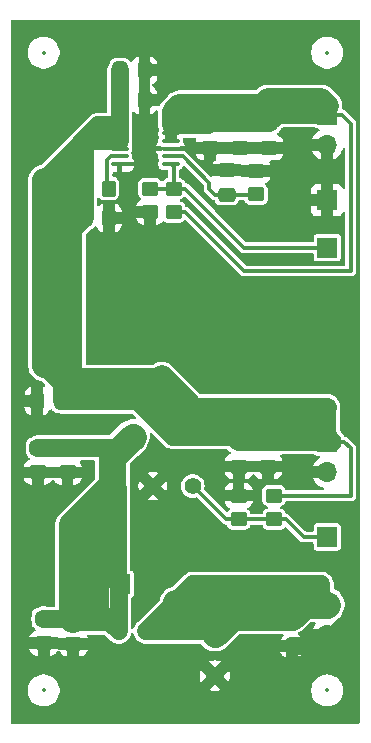
<source format=gbr>
%TF.GenerationSoftware,KiCad,Pcbnew,8.0.2*%
%TF.CreationDate,2024-06-04T16:14:45-04:00*%
%TF.ProjectId,Power Supply,506f7765-7220-4537-9570-706c792e6b69,rev?*%
%TF.SameCoordinates,Original*%
%TF.FileFunction,Copper,L1,Top*%
%TF.FilePolarity,Positive*%
%FSLAX46Y46*%
G04 Gerber Fmt 4.6, Leading zero omitted, Abs format (unit mm)*
G04 Created by KiCad (PCBNEW 8.0.2) date 2024-06-04 16:14:45*
%MOMM*%
%LPD*%
G01*
G04 APERTURE LIST*
G04 Aperture macros list*
%AMRoundRect*
0 Rectangle with rounded corners*
0 $1 Rounding radius*
0 $2 $3 $4 $5 $6 $7 $8 $9 X,Y pos of 4 corners*
0 Add a 4 corners polygon primitive as box body*
4,1,4,$2,$3,$4,$5,$6,$7,$8,$9,$2,$3,0*
0 Add four circle primitives for the rounded corners*
1,1,$1+$1,$2,$3*
1,1,$1+$1,$4,$5*
1,1,$1+$1,$6,$7*
1,1,$1+$1,$8,$9*
0 Add four rect primitives between the rounded corners*
20,1,$1+$1,$2,$3,$4,$5,0*
20,1,$1+$1,$4,$5,$6,$7,0*
20,1,$1+$1,$6,$7,$8,$9,0*
20,1,$1+$1,$8,$9,$2,$3,0*%
G04 Aperture macros list end*
%TA.AperFunction,SMDPad,CuDef*%
%ADD10RoundRect,0.250000X-0.337500X-0.475000X0.337500X-0.475000X0.337500X0.475000X-0.337500X0.475000X0*%
%TD*%
%TA.AperFunction,SMDPad,CuDef*%
%ADD11RoundRect,0.250000X-0.475000X0.337500X-0.475000X-0.337500X0.475000X-0.337500X0.475000X0.337500X0*%
%TD*%
%TA.AperFunction,SMDPad,CuDef*%
%ADD12RoundRect,0.250000X-0.450000X0.350000X-0.450000X-0.350000X0.450000X-0.350000X0.450000X0.350000X0*%
%TD*%
%TA.AperFunction,ComponentPad*%
%ADD13C,1.600000*%
%TD*%
%TA.AperFunction,SMDPad,CuDef*%
%ADD14RoundRect,0.250000X-0.350000X-0.450000X0.350000X-0.450000X0.350000X0.450000X-0.350000X0.450000X0*%
%TD*%
%TA.AperFunction,ComponentPad*%
%ADD15R,1.700000X1.700000*%
%TD*%
%TA.AperFunction,SMDPad,CuDef*%
%ADD16RoundRect,0.250000X0.450000X-0.350000X0.450000X0.350000X-0.450000X0.350000X-0.450000X-0.350000X0*%
%TD*%
%TA.AperFunction,ComponentPad*%
%ADD17O,1.700000X1.700000*%
%TD*%
%TA.AperFunction,SMDPad,CuDef*%
%ADD18RoundRect,0.250000X0.337500X0.475000X-0.337500X0.475000X-0.337500X-0.475000X0.337500X-0.475000X0*%
%TD*%
%TA.AperFunction,SMDPad,CuDef*%
%ADD19RoundRect,0.250000X0.475000X-0.337500X0.475000X0.337500X-0.475000X0.337500X-0.475000X-0.337500X0*%
%TD*%
%TA.AperFunction,SMDPad,CuDef*%
%ADD20RoundRect,0.250000X0.250000X-0.250000X0.250000X0.250000X-0.250000X0.250000X-0.250000X-0.250000X0*%
%TD*%
%TA.AperFunction,ComponentPad*%
%ADD21C,1.397000*%
%TD*%
%TA.AperFunction,ComponentPad*%
%ADD22R,1.397000X1.397000*%
%TD*%
%TA.AperFunction,HeatsinkPad*%
%ADD23R,1.650000X2.850000*%
%TD*%
%TA.AperFunction,SMDPad,CuDef*%
%ADD24RoundRect,0.100000X-0.625000X-0.100000X0.625000X-0.100000X0.625000X0.100000X-0.625000X0.100000X0*%
%TD*%
%TA.AperFunction,SMDPad,CuDef*%
%ADD25RoundRect,0.250000X0.275000X0.350000X-0.275000X0.350000X-0.275000X-0.350000X0.275000X-0.350000X0*%
%TD*%
%TA.AperFunction,ViaPad*%
%ADD26C,0.600000*%
%TD*%
%TA.AperFunction,Conductor*%
%ADD27C,1.500000*%
%TD*%
%TA.AperFunction,Conductor*%
%ADD28C,2.000000*%
%TD*%
%TA.AperFunction,Conductor*%
%ADD29C,0.300000*%
%TD*%
%TA.AperFunction,Conductor*%
%ADD30C,1.600000*%
%TD*%
%TA.AperFunction,Conductor*%
%ADD31C,1.000000*%
%TD*%
%TA.AperFunction,Conductor*%
%ADD32C,2.400000*%
%TD*%
%TA.AperFunction,Conductor*%
%ADD33C,2.300000*%
%TD*%
%TA.AperFunction,Conductor*%
%ADD34C,0.200000*%
%TD*%
%TA.AperFunction,Conductor*%
%ADD35C,0.400000*%
%TD*%
%ADD36C,0.300000*%
%ADD37C,0.350000*%
G04 APERTURE END LIST*
D10*
%TO.P,C14,2*%
%TO.N,GND*%
X147537500Y-75500000D03*
%TO.P,C14,1*%
%TO.N,+5V*%
X145462500Y-75500000D03*
%TD*%
D11*
%TO.P,C3,2*%
%TO.N,GND*%
X158525000Y-96537500D03*
%TO.P,C3,1*%
%TO.N,+5V*%
X158525000Y-94462500D03*
%TD*%
%TO.P,C13,2*%
%TO.N,GND*%
X142000000Y-111500000D03*
%TO.P,C13,1*%
%TO.N,+6V*%
X142000000Y-109425000D03*
%TD*%
%TO.P,C10,2*%
%TO.N,GND*%
X158590000Y-69537500D03*
%TO.P,C10,1*%
%TO.N,+3.3V*%
X158590000Y-67462500D03*
%TD*%
D12*
%TO.P,R1,2*%
%TO.N,/Div_1*%
X161500000Y-101000000D03*
%TO.P,R1,1*%
%TO.N,+5V*%
X161500000Y-99000000D03*
%TD*%
D13*
%TO.P,C1,2*%
%TO.N,GND*%
X156500000Y-114250000D03*
%TO.P,C1,1*%
%TO.N,VCC*%
X156500000Y-110750000D03*
%TD*%
D14*
%TO.P,R3,2*%
%TO.N,Net-(U2-PG)*%
X147500000Y-73000000D03*
%TO.P,R3,1*%
%TO.N,+5V*%
X145500000Y-73000000D03*
%TD*%
D15*
%TO.P,Div,1,Pin_1*%
%TO.N,/Div_1*%
X166000000Y-102500000D03*
%TD*%
D11*
%TO.P,C5,2*%
%TO.N,GND*%
X144025000Y-97037500D03*
%TO.P,C5,1*%
%TO.N,+6V*%
X144025000Y-94962500D03*
%TD*%
%TO.P,C6,2*%
%TO.N,GND*%
X141525000Y-97037500D03*
%TO.P,C6,1*%
%TO.N,+6V*%
X141525000Y-94962500D03*
%TD*%
D12*
%TO.P,R5,2*%
%TO.N,GND*%
X151000000Y-75000000D03*
%TO.P,R5,1*%
%TO.N,/Div_2*%
X151000000Y-73000000D03*
%TD*%
D16*
%TO.P,R6,2*%
%TO.N,GND*%
X160000000Y-71500000D03*
%TO.P,R6,1*%
%TO.N,Net-(U2-SET)*%
X160000000Y-73500000D03*
%TD*%
D10*
%TO.P,C8,2*%
%TO.N,GND*%
X150537500Y-63000000D03*
%TO.P,C8,1*%
%TO.N,+5V*%
X148462500Y-63000000D03*
%TD*%
%TO.P,C7,2*%
%TO.N,GND*%
X150537500Y-65500000D03*
%TO.P,C7,1*%
%TO.N,+5V*%
X148462500Y-65500000D03*
%TD*%
D17*
%TO.P,5V,2,Pin_2*%
%TO.N,GND*%
X166025000Y-97000000D03*
D15*
%TO.P,5V,1,Pin_1*%
%TO.N,+5V*%
X166025000Y-94460000D03*
%TD*%
D18*
%TO.P,C15,2*%
%TO.N,GND*%
X141462500Y-91000000D03*
%TO.P,C15,1*%
%TO.N,+5V*%
X143537500Y-91000000D03*
%TD*%
D11*
%TO.P,C2,2*%
%TO.N,GND*%
X144500000Y-111537500D03*
%TO.P,C2,1*%
%TO.N,+6V*%
X144500000Y-109462500D03*
%TD*%
D17*
%TO.P,J3,2,Pin_2*%
%TO.N,GND*%
X166025000Y-110790000D03*
D15*
%TO.P,J3,1,Pin_1*%
%TO.N,VCC*%
X166025000Y-108250000D03*
%TD*%
%TO.P,Div,1,Pin_1*%
%TO.N,/Div_2*%
X166000000Y-78000000D03*
%TD*%
D17*
%TO.P,3.3V,2,Pin_2*%
%TO.N,GND*%
X166000000Y-69290000D03*
D15*
%TO.P,3.3V,1,Pin_1*%
%TO.N,+3.3V*%
X166000000Y-66750000D03*
%TD*%
D19*
%TO.P,C12,2*%
%TO.N,GND*%
X157500000Y-71462500D03*
%TO.P,C12,1*%
%TO.N,Net-(U2-SET)*%
X157500000Y-73537500D03*
%TD*%
D16*
%TO.P,R2,2*%
%TO.N,GND*%
X158500000Y-99000000D03*
%TO.P,R2,1*%
%TO.N,/Div_1*%
X158500000Y-101000000D03*
%TD*%
%TO.P,R4,2*%
%TO.N,/Div_2*%
X153000000Y-73000000D03*
%TO.P,R4,1*%
%TO.N,+3.3V*%
X153000000Y-75000000D03*
%TD*%
D20*
%TO.P,D1,2,A2*%
%TO.N,VCC*%
X163000000Y-109250000D03*
%TO.P,D1,1,A1*%
%TO.N,GND*%
X163000000Y-111750000D03*
%TD*%
D21*
%TO.P,U1,5,SENSE/ADJ*%
%TO.N,/Div_1*%
X154630400Y-98191000D03*
%TO.P,U1,4,OUT*%
%TO.N,+5V*%
X152928600Y-94000000D03*
%TO.P,U1,3,GND*%
%TO.N,GND*%
X151226800Y-98191000D03*
%TO.P,U1,2,IN*%
%TO.N,+6V*%
X149525000Y-94000000D03*
D22*
%TO.P,U1,1,\u002ASHDN*%
X147823200Y-98191000D03*
%TD*%
D11*
%TO.P,C11,2*%
%TO.N,GND*%
X161090000Y-69537500D03*
%TO.P,C11,1*%
%TO.N,+3.3V*%
X161090000Y-67462500D03*
%TD*%
D23*
%TO.P,U2,13,GND*%
%TO.N,GND*%
X150590000Y-69290000D03*
D24*
%TO.P,U2,12,OUT*%
%TO.N,+3.3V*%
X152740000Y-67665000D03*
%TO.P,U2,11,OUT*%
X152740000Y-68315000D03*
%TO.P,U2,10,OUTS*%
X152740000Y-68965000D03*
%TO.P,U2,9,GND*%
%TO.N,GND*%
X152740000Y-69615000D03*
%TO.P,U2,8,SET*%
%TO.N,Net-(U2-SET)*%
X152740000Y-70265000D03*
%TO.P,U2,7,PGFB*%
%TO.N,/Div_2*%
X152740000Y-70915000D03*
%TO.P,U2,6,ILIM*%
%TO.N,GND*%
X148440000Y-70915000D03*
%TO.P,U2,5,PG*%
%TO.N,Net-(U2-PG)*%
X148440000Y-70265000D03*
%TO.P,U2,4,EN/UV*%
%TO.N,+5V*%
X148440000Y-69615000D03*
%TO.P,U2,3,IN*%
X148440000Y-68965000D03*
%TO.P,U2,2,IN*%
X148440000Y-68315000D03*
%TO.P,U2,1,IN*%
X148440000Y-67665000D03*
%TD*%
D15*
%TO.P,+6,1,Pin_1*%
%TO.N,+6V*%
X148500000Y-106500000D03*
%TD*%
%TO.P,GND,1,Pin_1*%
%TO.N,GND*%
X166000000Y-74000000D03*
%TD*%
D25*
%TO.P,FB1,2*%
%TO.N,+6V*%
X148350000Y-110500000D03*
%TO.P,FB1,1*%
%TO.N,VCC*%
X150650000Y-110500000D03*
%TD*%
D11*
%TO.P,C4,2*%
%TO.N,GND*%
X161000000Y-96537500D03*
%TO.P,C4,1*%
%TO.N,+5V*%
X161000000Y-94462500D03*
%TD*%
%TO.P,C9,2*%
%TO.N,GND*%
X156090000Y-69537500D03*
%TO.P,C9,1*%
%TO.N,+3.3V*%
X156090000Y-67462500D03*
%TD*%
D26*
%TO.N,GND*%
X163500000Y-113000000D03*
X168000000Y-93500000D03*
X168000000Y-92000000D03*
X140000000Y-91000000D03*
X140000000Y-97000000D03*
X140000000Y-95000000D03*
X166500000Y-113000000D03*
X155000000Y-113000000D03*
X159500000Y-111500000D03*
X160500000Y-111500000D03*
X161500000Y-111500000D03*
X166000000Y-117500000D03*
X164000000Y-115500000D03*
X168000000Y-115500000D03*
X165500000Y-113500000D03*
X164500000Y-111000000D03*
X168000000Y-101000000D03*
X168000000Y-102000000D03*
X168000000Y-103000000D03*
X168000000Y-104000000D03*
X168000000Y-107500000D03*
X168000000Y-108500000D03*
X168000000Y-109500000D03*
X168000000Y-110500000D03*
X168000000Y-111500000D03*
X168000000Y-113000000D03*
X152000000Y-106500000D03*
X150500000Y-108000000D03*
X140000000Y-71500000D03*
X140000000Y-72500000D03*
X140000000Y-74000000D03*
X140000000Y-75500000D03*
X140000000Y-77000000D03*
X140000000Y-78500000D03*
X140000000Y-80000000D03*
X140000000Y-81500000D03*
X140000000Y-83000000D03*
X140000000Y-84500000D03*
X140000000Y-86000000D03*
X140000000Y-87500000D03*
X140000000Y-89000000D03*
X152000000Y-97000000D03*
X156000000Y-97000000D03*
X154500000Y-96500000D03*
X153000000Y-98500000D03*
X153000000Y-99500000D03*
X150000000Y-100000000D03*
X150000000Y-96500000D03*
X151000000Y-96000000D03*
X151500000Y-95000000D03*
X153000000Y-97000000D03*
X157000000Y-79500000D03*
X155500000Y-78000000D03*
X151000000Y-70500000D03*
X150000000Y-70500000D03*
X151000000Y-68000000D03*
X150000000Y-68000000D03*
X159000000Y-64000000D03*
X157500000Y-64000000D03*
X156000000Y-64000000D03*
X154500000Y-64000000D03*
X152500000Y-64500000D03*
X144500000Y-67000000D03*
X143000000Y-68500000D03*
X141500000Y-70000000D03*
X149000000Y-74000000D03*
X149000000Y-72500000D03*
X154000000Y-72000000D03*
X158500000Y-76000000D03*
X160000000Y-79000000D03*
X161500000Y-79000000D03*
X163000000Y-79000000D03*
X162500000Y-113000000D03*
X164400000Y-112400000D03*
X159900000Y-76400000D03*
X164400000Y-74900000D03*
X147900000Y-59900000D03*
X164400000Y-80900000D03*
X143400000Y-67400000D03*
X164400000Y-71900000D03*
X149400000Y-113900000D03*
X162900000Y-116900000D03*
X152400000Y-115400000D03*
X164400000Y-73400000D03*
X149400000Y-115400000D03*
X162900000Y-89900000D03*
X159900000Y-62900000D03*
X149400000Y-74900000D03*
X164400000Y-83900000D03*
X155400000Y-80900000D03*
X164400000Y-76400000D03*
X164400000Y-70400000D03*
X161400000Y-62900000D03*
X162900000Y-103400000D03*
X161400000Y-71900000D03*
X162900000Y-97400000D03*
X149400000Y-73400000D03*
X150900000Y-79400000D03*
X162900000Y-88400000D03*
X147900000Y-79400000D03*
X162900000Y-113900000D03*
X156900000Y-83900000D03*
X150900000Y-104900000D03*
X162900000Y-104900000D03*
X140400000Y-112400000D03*
X149400000Y-83900000D03*
X164400000Y-62900000D03*
X162900000Y-95900000D03*
X162900000Y-115400000D03*
X153900000Y-79400000D03*
X164400000Y-68900000D03*
X164400000Y-59900000D03*
X149400000Y-85400000D03*
X146400000Y-80900000D03*
X152400000Y-80900000D03*
X161400000Y-86900000D03*
X150900000Y-82400000D03*
X152400000Y-83900000D03*
X156900000Y-95900000D03*
X162900000Y-73400000D03*
X152400000Y-85400000D03*
X152400000Y-86900000D03*
X149400000Y-76400000D03*
X165900000Y-100400000D03*
X149400000Y-86900000D03*
X165900000Y-85400000D03*
X147900000Y-83900000D03*
X150900000Y-61400000D03*
X147900000Y-112400000D03*
X147900000Y-113900000D03*
X152400000Y-95900000D03*
X152400000Y-100400000D03*
X162900000Y-59900000D03*
X152400000Y-101900000D03*
X150900000Y-113900000D03*
X146400000Y-115400000D03*
X150900000Y-59900000D03*
X143400000Y-92900000D03*
X152400000Y-104900000D03*
X152400000Y-112400000D03*
X147900000Y-85400000D03*
X149400000Y-80900000D03*
X156900000Y-98900000D03*
X149400000Y-82400000D03*
X147900000Y-82400000D03*
X161400000Y-112400000D03*
X140400000Y-104900000D03*
X149400000Y-112400000D03*
X150900000Y-85400000D03*
X162900000Y-83900000D03*
X162900000Y-76400000D03*
X150900000Y-101900000D03*
X152400000Y-59900000D03*
X152400000Y-61400000D03*
X150900000Y-80900000D03*
X152400000Y-103400000D03*
X149400000Y-61400000D03*
X149400000Y-71900000D03*
X165900000Y-83900000D03*
X147900000Y-80900000D03*
X156900000Y-62900000D03*
X152400000Y-82400000D03*
X150900000Y-116900000D03*
X147900000Y-86900000D03*
X147900000Y-116900000D03*
X149400000Y-77900000D03*
X149400000Y-79400000D03*
X140400000Y-100400000D03*
X149400000Y-116900000D03*
X150900000Y-77900000D03*
X150900000Y-83900000D03*
X150900000Y-86900000D03*
X144900000Y-115400000D03*
X150900000Y-103400000D03*
X161400000Y-85400000D03*
X150900000Y-106400000D03*
X153900000Y-103400000D03*
X150900000Y-112400000D03*
X158400000Y-86900000D03*
X152400000Y-76400000D03*
X152400000Y-77900000D03*
X149400000Y-59900000D03*
X150900000Y-100400000D03*
X162900000Y-68900000D03*
X146400000Y-77900000D03*
X152400000Y-62900000D03*
X159900000Y-116900000D03*
X150900000Y-115400000D03*
X152400000Y-79400000D03*
X147900000Y-115400000D03*
X150900000Y-76400000D03*
X152400000Y-113900000D03*
X153900000Y-62900000D03*
X153900000Y-61400000D03*
X152400000Y-116900000D03*
X153900000Y-59900000D03*
X146400000Y-79400000D03*
X153900000Y-83900000D03*
X143400000Y-116900000D03*
X153900000Y-77900000D03*
X156900000Y-86900000D03*
X153900000Y-80900000D03*
X159900000Y-59900000D03*
X153900000Y-82400000D03*
X159900000Y-104900000D03*
X167400000Y-104900000D03*
X159900000Y-112400000D03*
X155400000Y-88400000D03*
X164400000Y-95900000D03*
X153900000Y-85400000D03*
X161400000Y-80900000D03*
X140400000Y-92900000D03*
X161400000Y-82400000D03*
X159900000Y-89900000D03*
X164400000Y-85400000D03*
X140400000Y-103400000D03*
X161400000Y-61400000D03*
X155400000Y-83900000D03*
X161400000Y-83900000D03*
X146400000Y-116900000D03*
X161400000Y-88400000D03*
X161400000Y-113900000D03*
X144900000Y-116900000D03*
X161400000Y-115400000D03*
X162900000Y-61400000D03*
X167400000Y-62900000D03*
X162900000Y-62900000D03*
X155400000Y-101900000D03*
X161400000Y-104900000D03*
X147900000Y-77900000D03*
X159900000Y-83900000D03*
X159900000Y-98900000D03*
X161400000Y-59900000D03*
X158400000Y-62900000D03*
X161400000Y-89900000D03*
X167400000Y-113900000D03*
X161400000Y-76400000D03*
X159900000Y-115400000D03*
X159900000Y-101900000D03*
X161400000Y-73400000D03*
X161400000Y-103400000D03*
X144900000Y-61400000D03*
X159900000Y-103400000D03*
X165900000Y-82400000D03*
X161400000Y-74900000D03*
X161400000Y-116900000D03*
X165900000Y-89900000D03*
X159900000Y-113900000D03*
X164400000Y-103400000D03*
X162900000Y-85400000D03*
X162900000Y-70400000D03*
X167400000Y-82400000D03*
X140400000Y-62900000D03*
X162900000Y-86900000D03*
X162900000Y-74900000D03*
X162900000Y-82400000D03*
X164400000Y-86900000D03*
X162900000Y-80900000D03*
X146400000Y-59900000D03*
X162900000Y-71900000D03*
X165900000Y-80900000D03*
X164400000Y-113900000D03*
X167400000Y-59900000D03*
X153900000Y-116900000D03*
X164400000Y-88400000D03*
X165900000Y-88400000D03*
X164400000Y-104900000D03*
X141900000Y-98900000D03*
X164400000Y-100400000D03*
X164400000Y-116900000D03*
X158400000Y-104900000D03*
X167400000Y-83900000D03*
X144900000Y-59900000D03*
X165900000Y-104900000D03*
X164400000Y-82400000D03*
X167400000Y-112400000D03*
X167400000Y-86900000D03*
X164400000Y-97400000D03*
X146400000Y-82400000D03*
X164400000Y-89900000D03*
X165900000Y-71900000D03*
X165900000Y-112400000D03*
X167400000Y-88400000D03*
X159900000Y-80900000D03*
X167400000Y-116900000D03*
X167400000Y-100400000D03*
X165900000Y-76400000D03*
X165900000Y-86900000D03*
X167400000Y-89900000D03*
X167400000Y-85400000D03*
X167400000Y-80900000D03*
X167400000Y-106400000D03*
X141900000Y-104900000D03*
X153900000Y-100400000D03*
X144900000Y-92900000D03*
X146400000Y-64400000D03*
X144900000Y-62900000D03*
X140400000Y-110900000D03*
X140400000Y-67400000D03*
X140400000Y-59900000D03*
X159900000Y-86900000D03*
X141900000Y-64400000D03*
X141900000Y-107900000D03*
X153900000Y-113900000D03*
X140400000Y-70400000D03*
X140400000Y-106400000D03*
X140400000Y-109400000D03*
X140400000Y-65900000D03*
X156900000Y-103400000D03*
X143400000Y-59900000D03*
X158400000Y-83900000D03*
X143400000Y-65900000D03*
X143400000Y-98900000D03*
X156900000Y-88400000D03*
X141900000Y-100400000D03*
X141900000Y-92900000D03*
X146400000Y-61400000D03*
X146400000Y-83900000D03*
X140400000Y-64400000D03*
X156900000Y-82400000D03*
X153900000Y-86900000D03*
X140400000Y-98900000D03*
X141900000Y-68900000D03*
X141900000Y-103400000D03*
X156900000Y-59900000D03*
X140400000Y-68900000D03*
X158400000Y-61400000D03*
X140400000Y-107900000D03*
X140400000Y-113900000D03*
X143400000Y-64400000D03*
X141900000Y-65900000D03*
X156900000Y-104900000D03*
X144900000Y-64400000D03*
X141900000Y-67400000D03*
X141900000Y-101900000D03*
X140400000Y-116900000D03*
X141900000Y-106400000D03*
X143400000Y-113900000D03*
X146400000Y-62900000D03*
X144900000Y-113900000D03*
X146400000Y-65900000D03*
X140400000Y-101900000D03*
X144900000Y-65900000D03*
X143400000Y-62900000D03*
X146400000Y-85400000D03*
X146400000Y-112400000D03*
X146400000Y-113900000D03*
X146400000Y-86900000D03*
X153900000Y-101900000D03*
X146400000Y-92900000D03*
X147900000Y-61400000D03*
X155400000Y-86900000D03*
X158400000Y-85400000D03*
X155400000Y-59900000D03*
X158400000Y-89900000D03*
X158400000Y-103400000D03*
X153900000Y-115400000D03*
X155400000Y-116900000D03*
X156900000Y-61400000D03*
X156900000Y-80900000D03*
X156900000Y-85400000D03*
X153900000Y-95900000D03*
X155400000Y-61400000D03*
X158400000Y-59900000D03*
X158400000Y-80900000D03*
X158400000Y-82400000D03*
X158400000Y-112400000D03*
X155400000Y-85400000D03*
X156900000Y-89900000D03*
X158400000Y-113900000D03*
X158400000Y-115400000D03*
X158400000Y-116900000D03*
X153900000Y-112400000D03*
X155400000Y-79400000D03*
X156900000Y-97400000D03*
X155400000Y-95900000D03*
X156900000Y-116900000D03*
X155400000Y-103400000D03*
X158400000Y-88400000D03*
X153900000Y-104900000D03*
X155400000Y-82400000D03*
X156900000Y-101900000D03*
X158400000Y-74900000D03*
X155400000Y-62900000D03*
X155400000Y-104900000D03*
X159900000Y-85400000D03*
X159900000Y-82400000D03*
X159900000Y-88400000D03*
X159900000Y-61400000D03*
X159900000Y-74900000D03*
%TD*%
D27*
%TO.N,GND*%
X166025000Y-110790000D02*
X166596270Y-110790000D01*
X166596270Y-110790000D02*
X167193135Y-110193135D01*
X166025000Y-111025000D02*
X167400000Y-112400000D01*
X166025000Y-110790000D02*
X166025000Y-111025000D01*
X165065000Y-111750000D02*
X163000000Y-111750000D01*
X166025000Y-110790000D02*
X165065000Y-111750000D01*
%TO.N,+5V*%
X161002500Y-94460000D02*
X161000000Y-94462500D01*
X144731250Y-76231250D02*
X145462500Y-75500000D01*
D28*
X142000000Y-88000000D02*
X142000000Y-72277500D01*
D27*
X144500000Y-89000000D02*
X144500000Y-76462500D01*
X146000000Y-90000000D02*
X144500000Y-90000000D01*
X148440000Y-68965000D02*
X148440000Y-69015000D01*
X166025000Y-94460000D02*
X166025000Y-93025000D01*
X159062500Y-93000000D02*
X158062500Y-94000000D01*
X158062500Y-94000000D02*
X158525000Y-94462500D01*
X143537500Y-89537500D02*
X142000000Y-88000000D01*
X149928600Y-91000000D02*
X152928600Y-94000000D01*
X142000000Y-72277500D02*
X143537500Y-70740000D01*
X166025000Y-94460000D02*
X166025000Y-91525000D01*
X152928600Y-94000000D02*
X158062500Y-94000000D01*
X145462500Y-69500000D02*
X145462500Y-68815000D01*
X148440000Y-68965000D02*
X145997500Y-68965000D01*
X144388750Y-69888750D02*
X146612500Y-67665000D01*
X148440000Y-67665000D02*
X148440000Y-68815000D01*
X152928600Y-94000000D02*
X153928600Y-93000000D01*
X144500000Y-76462500D02*
X144731250Y-76231250D01*
D29*
X161500000Y-99000000D02*
X168000000Y-99000000D01*
X167460000Y-94460000D02*
X166025000Y-94460000D01*
D27*
X143537500Y-91000000D02*
X149928600Y-91000000D01*
X143537500Y-77425000D02*
X144731250Y-76231250D01*
X144388750Y-76351250D02*
X144388750Y-69888750D01*
X145997500Y-68965000D02*
X145462500Y-69500000D01*
X153928600Y-93000000D02*
X159062500Y-93000000D01*
D29*
X168000000Y-99000000D02*
X168000000Y-95000000D01*
D27*
X143537500Y-90000000D02*
X143537500Y-77425000D01*
X166025000Y-91525000D02*
X166000000Y-91500000D01*
X153928600Y-93000000D02*
X153928600Y-92928600D01*
X145462500Y-75500000D02*
X145462500Y-69500000D01*
D30*
X166000000Y-91500000D02*
X154500000Y-91500000D01*
D27*
X166025000Y-94460000D02*
X161002500Y-94460000D01*
X143537500Y-70740000D02*
X144388750Y-69888750D01*
X144500000Y-76462500D02*
X144388750Y-76351250D01*
D29*
X168000000Y-95000000D02*
X167460000Y-94460000D01*
D27*
X166025000Y-93025000D02*
X166000000Y-93000000D01*
X146612500Y-67665000D02*
X148440000Y-67665000D01*
X153928600Y-92928600D02*
X151000000Y-90000000D01*
X148440000Y-67665000D02*
X148440000Y-63022500D01*
X151000000Y-90000000D02*
X146000000Y-90000000D01*
X152000000Y-89000000D02*
X144500000Y-89000000D01*
X143537500Y-77425000D02*
X143537500Y-70740000D01*
X148440000Y-63022500D02*
X148462500Y-63000000D01*
X145462500Y-68815000D02*
X146612500Y-67665000D01*
X143537500Y-90000000D02*
X143537500Y-89537500D01*
X166522500Y-94462500D02*
X166525000Y-94460000D01*
D28*
X154500000Y-91500000D02*
X152000000Y-89000000D01*
D27*
X143537500Y-91000000D02*
X143537500Y-90000000D01*
X144500000Y-90000000D02*
X143537500Y-90000000D01*
X144500000Y-90000000D02*
X144500000Y-89000000D01*
X166000000Y-93000000D02*
X159062500Y-93000000D01*
X161000000Y-94462500D02*
X158525000Y-94462500D01*
D29*
%TO.N,Net-(U2-SET)*%
X156000000Y-73000000D02*
X156000000Y-72500000D01*
X159962500Y-73537500D02*
X160000000Y-73500000D01*
X156000000Y-72500000D02*
X153765000Y-70265000D01*
X156537500Y-73537500D02*
X156000000Y-73000000D01*
X157500000Y-73537500D02*
X159962500Y-73537500D01*
X157500000Y-73537500D02*
X156537500Y-73537500D01*
X153765000Y-70265000D02*
X152740000Y-70265000D01*
%TO.N,+3.3V*%
X168000000Y-80000000D02*
X168000000Y-67500000D01*
D27*
X152740000Y-67665000D02*
X155887500Y-67665000D01*
X166000000Y-66750000D02*
X161802500Y-66750000D01*
X161802500Y-66750000D02*
X161090000Y-67462500D01*
D28*
X161000000Y-65500000D02*
X160500000Y-66000000D01*
X160500000Y-66000000D02*
X153500000Y-66000000D01*
D29*
X154000000Y-75000000D02*
X159000000Y-80000000D01*
X159000000Y-80000000D02*
X168000000Y-80000000D01*
D31*
X166000000Y-66750000D02*
X166000000Y-66000000D01*
D27*
X156090000Y-67462500D02*
X158590000Y-67462500D01*
D31*
X155887500Y-67665000D02*
X156090000Y-67462500D01*
D29*
X167250000Y-66750000D02*
X166000000Y-66750000D01*
D27*
X158590000Y-67462500D02*
X161090000Y-67462500D01*
D28*
X153000000Y-66500000D02*
X153000000Y-67405000D01*
D29*
X153000000Y-75000000D02*
X154000000Y-75000000D01*
D31*
X153000000Y-67405000D02*
X152740000Y-67665000D01*
D28*
X165500000Y-65500000D02*
X161000000Y-65500000D01*
X153500000Y-66000000D02*
X153000000Y-66500000D01*
D31*
X152740000Y-67665000D02*
X152740000Y-68615000D01*
D29*
X168000000Y-67500000D02*
X167250000Y-66750000D01*
D28*
X166000000Y-66000000D02*
X165500000Y-65500000D01*
%TO.N,+6V*%
X144500000Y-109462500D02*
X146500000Y-109462500D01*
X146500000Y-109462500D02*
X147312500Y-109462500D01*
D27*
X148500000Y-106500000D02*
X148000000Y-106000000D01*
D32*
X144500000Y-101514200D02*
X147823200Y-98191000D01*
D33*
X147823200Y-98191000D02*
X147823200Y-95701800D01*
D27*
X148350000Y-106650000D02*
X148350000Y-110500000D01*
X144500000Y-109462500D02*
X142037500Y-109462500D01*
X148000000Y-98367800D02*
X147823200Y-98191000D01*
X148500000Y-106500000D02*
X148350000Y-106650000D01*
D32*
X144500000Y-109462500D02*
X144500000Y-101514200D01*
D27*
X144025000Y-94962500D02*
X148562500Y-94962500D01*
X142037500Y-109462500D02*
X142000000Y-109425000D01*
X141525000Y-94962500D02*
X144025000Y-94962500D01*
X147537500Y-109462500D02*
X144500000Y-109462500D01*
X147312500Y-109462500D02*
X148350000Y-110500000D01*
D28*
X148000000Y-106000000D02*
X148000000Y-98367800D01*
D27*
X147823200Y-98191000D02*
X146500000Y-99514200D01*
D28*
X146500000Y-99514200D02*
X146500000Y-109462500D01*
D27*
X148562500Y-94962500D02*
X149525000Y-94000000D01*
D34*
X144462500Y-109425000D02*
X144500000Y-109462500D01*
D33*
X147823200Y-95701800D02*
X149525000Y-94000000D01*
D27*
%TO.N,VCC*%
X166025000Y-108250000D02*
X165500000Y-107725000D01*
D28*
X156500000Y-108000000D02*
X153150000Y-108000000D01*
D33*
X158000000Y-109250000D02*
X156500000Y-110750000D01*
D27*
X154650000Y-106500000D02*
X153150000Y-108000000D01*
X165500000Y-106500000D02*
X154650000Y-106500000D01*
D33*
X164000000Y-108250000D02*
X163000000Y-109250000D01*
D34*
X166525000Y-108250000D02*
X166275000Y-108500000D01*
D28*
X154375000Y-108625000D02*
X153750000Y-108000000D01*
D27*
X165500000Y-107725000D02*
X165500000Y-106500000D01*
D33*
X163000000Y-109250000D02*
X158000000Y-109250000D01*
D27*
X166025000Y-108250000D02*
X165775000Y-108000000D01*
X156250000Y-110500000D02*
X150650000Y-110500000D01*
X156500000Y-110750000D02*
X156500000Y-108000000D01*
X153750000Y-108000000D02*
X153150000Y-108000000D01*
X152500000Y-110500000D02*
X154375000Y-108625000D01*
D28*
X156500000Y-110750000D02*
X154375000Y-108625000D01*
D27*
X156500000Y-110750000D02*
X156250000Y-110500000D01*
D33*
X166025000Y-108250000D02*
X164000000Y-108250000D01*
D28*
X165775000Y-108000000D02*
X156500000Y-108000000D01*
D27*
X153150000Y-108000000D02*
X150650000Y-110500000D01*
X150650000Y-110500000D02*
X152500000Y-110500000D01*
D29*
%TO.N,/Div_1*%
X158500000Y-101000000D02*
X157439400Y-101000000D01*
X157439400Y-101000000D02*
X154630400Y-98191000D01*
X162500000Y-101000000D02*
X164000000Y-102500000D01*
X158500000Y-101000000D02*
X161500000Y-101000000D01*
X161500000Y-101000000D02*
X162500000Y-101000000D01*
X164000000Y-102500000D02*
X166000000Y-102500000D01*
%TO.N,/Div_2*%
X153000000Y-71175000D02*
X152740000Y-70915000D01*
X153000000Y-73000000D02*
X153000000Y-71175000D01*
D35*
X153000000Y-73000000D02*
X153265000Y-73000000D01*
D29*
X154000000Y-73000000D02*
X159000000Y-78000000D01*
X159000000Y-78000000D02*
X166000000Y-78000000D01*
X153000000Y-73000000D02*
X154000000Y-73000000D01*
X151000000Y-73000000D02*
X153000000Y-73000000D01*
%TO.N,Net-(U2-PG)*%
X147500000Y-73000000D02*
X147365000Y-72865000D01*
X147715001Y-70265000D02*
X148440000Y-70265000D01*
X147365000Y-72865000D02*
X147365000Y-70615001D01*
X147365000Y-70615001D02*
X147715001Y-70265000D01*
%TD*%
%TA.AperFunction,Conductor*%
%TO.N,GND*%
G36*
X166525000Y-97376000D02*
G01*
X166505315Y-97443039D01*
X166452511Y-97488794D01*
X166401000Y-97500000D01*
X166090826Y-97500000D01*
X166217993Y-97465925D01*
X166332007Y-97400099D01*
X166425099Y-97307007D01*
X166490925Y-97192993D01*
X166525000Y-97065826D01*
X166525000Y-97376000D01*
G37*
%TD.AperFunction*%
%TA.AperFunction,Conductor*%
G36*
X166468039Y-96519685D02*
G01*
X166513794Y-96572489D01*
X166525000Y-96624000D01*
X166525000Y-96934174D01*
X166490925Y-96807007D01*
X166425099Y-96692993D01*
X166332007Y-96599901D01*
X166217993Y-96534075D01*
X166090826Y-96500000D01*
X166401000Y-96500000D01*
X166468039Y-96519685D01*
G37*
%TD.AperFunction*%
%TA.AperFunction,Conductor*%
G36*
X166443039Y-68809685D02*
G01*
X166488794Y-68862489D01*
X166500000Y-68914000D01*
X166500000Y-69224174D01*
X166465925Y-69097007D01*
X166400099Y-68982993D01*
X166307007Y-68889901D01*
X166192993Y-68824075D01*
X166065826Y-68790000D01*
X166376000Y-68790000D01*
X166443039Y-68809685D01*
G37*
%TD.AperFunction*%
%TA.AperFunction,Conductor*%
G36*
X168742539Y-58720185D02*
G01*
X168788294Y-58772989D01*
X168799500Y-58824500D01*
X168799500Y-118175500D01*
X168779815Y-118242539D01*
X168727011Y-118288294D01*
X168675500Y-118299500D01*
X139324500Y-118299500D01*
X139257461Y-118279815D01*
X139211706Y-118227011D01*
X139200500Y-118175500D01*
X139200500Y-115393399D01*
X140645500Y-115393399D01*
X140645500Y-115606600D01*
X140678853Y-115817180D01*
X140678853Y-115817183D01*
X140744734Y-116019944D01*
X140744736Y-116019947D01*
X140841528Y-116209913D01*
X140966846Y-116382397D01*
X141117603Y-116533154D01*
X141290087Y-116658472D01*
X141480053Y-116755264D01*
X141480055Y-116755265D01*
X141669182Y-116816715D01*
X141682821Y-116821147D01*
X141893399Y-116854500D01*
X141893400Y-116854500D01*
X142106600Y-116854500D01*
X142106601Y-116854500D01*
X142317179Y-116821147D01*
X142317182Y-116821146D01*
X142317183Y-116821146D01*
X142519944Y-116755265D01*
X142519944Y-116755264D01*
X142519947Y-116755264D01*
X142709913Y-116658472D01*
X142882397Y-116533154D01*
X143033154Y-116382397D01*
X143158472Y-116209913D01*
X143255264Y-116019947D01*
X143321147Y-115817179D01*
X143354500Y-115606601D01*
X143354500Y-115453103D01*
X156004002Y-115453103D01*
X156053673Y-115476265D01*
X156053682Y-115476269D01*
X156273389Y-115535139D01*
X156273400Y-115535141D01*
X156499998Y-115554966D01*
X156500002Y-115554966D01*
X156726599Y-115535141D01*
X156726606Y-115535140D01*
X156946328Y-115476265D01*
X156995997Y-115453103D01*
X156936293Y-115393399D01*
X164645500Y-115393399D01*
X164645500Y-115606600D01*
X164678853Y-115817180D01*
X164678853Y-115817183D01*
X164744734Y-116019944D01*
X164744736Y-116019947D01*
X164841528Y-116209913D01*
X164966846Y-116382397D01*
X165117603Y-116533154D01*
X165290087Y-116658472D01*
X165480053Y-116755264D01*
X165480055Y-116755265D01*
X165669182Y-116816715D01*
X165682821Y-116821147D01*
X165893399Y-116854500D01*
X165893400Y-116854500D01*
X166106600Y-116854500D01*
X166106601Y-116854500D01*
X166317179Y-116821147D01*
X166317182Y-116821146D01*
X166317183Y-116821146D01*
X166519944Y-116755265D01*
X166519944Y-116755264D01*
X166519947Y-116755264D01*
X166709913Y-116658472D01*
X166882397Y-116533154D01*
X167033154Y-116382397D01*
X167158472Y-116209913D01*
X167255264Y-116019947D01*
X167321147Y-115817179D01*
X167354500Y-115606601D01*
X167354500Y-115393399D01*
X167321147Y-115182821D01*
X167321146Y-115182817D01*
X167321146Y-115182816D01*
X167255265Y-114980055D01*
X167255263Y-114980052D01*
X167158471Y-114790086D01*
X167126438Y-114745997D01*
X167033154Y-114617603D01*
X166882397Y-114466846D01*
X166709913Y-114341528D01*
X166519947Y-114244736D01*
X166519944Y-114244734D01*
X166317181Y-114178853D01*
X166176793Y-114156617D01*
X166106601Y-114145500D01*
X165893399Y-114145500D01*
X165823206Y-114156617D01*
X165682819Y-114178853D01*
X165682816Y-114178853D01*
X165480055Y-114244734D01*
X165480052Y-114244736D01*
X165290086Y-114341528D01*
X165117601Y-114466847D01*
X164966847Y-114617601D01*
X164841528Y-114790086D01*
X164744736Y-114980052D01*
X164744734Y-114980055D01*
X164678853Y-115182816D01*
X164678853Y-115182819D01*
X164645500Y-115393399D01*
X156936293Y-115393399D01*
X156500001Y-114957107D01*
X156500000Y-114957107D01*
X156004002Y-115453103D01*
X143354500Y-115453103D01*
X143354500Y-115393399D01*
X143321147Y-115182821D01*
X143321146Y-115182817D01*
X143321146Y-115182816D01*
X143255265Y-114980055D01*
X143255263Y-114980052D01*
X143158471Y-114790086D01*
X143126438Y-114745997D01*
X143033154Y-114617603D01*
X142882397Y-114466846D01*
X142709913Y-114341528D01*
X142530272Y-114249997D01*
X155195034Y-114249997D01*
X155195034Y-114250002D01*
X155214858Y-114476599D01*
X155214860Y-114476610D01*
X155273731Y-114696320D01*
X155296895Y-114745996D01*
X155792893Y-114250000D01*
X155792893Y-114249999D01*
X155740233Y-114197339D01*
X156100000Y-114197339D01*
X156100000Y-114302661D01*
X156127259Y-114404394D01*
X156179920Y-114495606D01*
X156254394Y-114570080D01*
X156345606Y-114622741D01*
X156447339Y-114650000D01*
X156552661Y-114650000D01*
X156654394Y-114622741D01*
X156745606Y-114570080D01*
X156820080Y-114495606D01*
X156872741Y-114404394D01*
X156900000Y-114302661D01*
X156900000Y-114249999D01*
X157207107Y-114249999D01*
X157207107Y-114250001D01*
X157703103Y-114745997D01*
X157726265Y-114696328D01*
X157785140Y-114476606D01*
X157785141Y-114476599D01*
X157804966Y-114250002D01*
X157804966Y-114249997D01*
X157785141Y-114023400D01*
X157785139Y-114023389D01*
X157726269Y-113803682D01*
X157726265Y-113803673D01*
X157703103Y-113754002D01*
X157207107Y-114249999D01*
X156900000Y-114249999D01*
X156900000Y-114197339D01*
X156872741Y-114095606D01*
X156820080Y-114004394D01*
X156745606Y-113929920D01*
X156654394Y-113877259D01*
X156552661Y-113850000D01*
X156447339Y-113850000D01*
X156345606Y-113877259D01*
X156254394Y-113929920D01*
X156179920Y-114004394D01*
X156127259Y-114095606D01*
X156100000Y-114197339D01*
X155740233Y-114197339D01*
X155296895Y-113754002D01*
X155273731Y-113803677D01*
X155214860Y-114023389D01*
X155214858Y-114023400D01*
X155195034Y-114249997D01*
X142530272Y-114249997D01*
X142519947Y-114244736D01*
X142519944Y-114244734D01*
X142317181Y-114178853D01*
X142176793Y-114156617D01*
X142106601Y-114145500D01*
X141893399Y-114145500D01*
X141823206Y-114156617D01*
X141682819Y-114178853D01*
X141682816Y-114178853D01*
X141480055Y-114244734D01*
X141480052Y-114244736D01*
X141290086Y-114341528D01*
X141117601Y-114466847D01*
X140966847Y-114617601D01*
X140841528Y-114790086D01*
X140744736Y-114980052D01*
X140744734Y-114980055D01*
X140678853Y-115182816D01*
X140678853Y-115182819D01*
X140645500Y-115393399D01*
X139200500Y-115393399D01*
X139200500Y-113046895D01*
X156004002Y-113046895D01*
X156500000Y-113542893D01*
X156500001Y-113542893D01*
X156995996Y-113046895D01*
X156946320Y-113023731D01*
X156726610Y-112964860D01*
X156726599Y-112964858D01*
X156500002Y-112945034D01*
X156499998Y-112945034D01*
X156273400Y-112964858D01*
X156273389Y-112964860D01*
X156053677Y-113023731D01*
X156004002Y-113046895D01*
X139200500Y-113046895D01*
X139200500Y-112000000D01*
X140788743Y-112000000D01*
X140840641Y-112156619D01*
X140840643Y-112156624D01*
X140932684Y-112305845D01*
X141056654Y-112429815D01*
X141205875Y-112521856D01*
X141205880Y-112521858D01*
X141372302Y-112577005D01*
X141372309Y-112577006D01*
X141475019Y-112587499D01*
X142500000Y-112587499D01*
X142524972Y-112587499D01*
X142524986Y-112587498D01*
X142627697Y-112577005D01*
X142794119Y-112521858D01*
X142794124Y-112521856D01*
X142943345Y-112429815D01*
X143067317Y-112305843D01*
X143132895Y-112199524D01*
X143184843Y-112152799D01*
X143253805Y-112141576D01*
X143317887Y-112169419D01*
X143343972Y-112199523D01*
X143432680Y-112343340D01*
X143432683Y-112343344D01*
X143556654Y-112467315D01*
X143705875Y-112559356D01*
X143705880Y-112559358D01*
X143872302Y-112614505D01*
X143872309Y-112614506D01*
X143975019Y-112624999D01*
X145000000Y-112624999D01*
X145024972Y-112624999D01*
X145024986Y-112624998D01*
X145127697Y-112614505D01*
X145294119Y-112559358D01*
X145294124Y-112559356D01*
X145443345Y-112467315D01*
X145567315Y-112343345D01*
X145624891Y-112250000D01*
X162042737Y-112250000D01*
X162065641Y-112319120D01*
X162157684Y-112468345D01*
X162281654Y-112592315D01*
X162430881Y-112684359D01*
X162499999Y-112707262D01*
X162500000Y-112707262D01*
X163500000Y-112707262D01*
X163569118Y-112684359D01*
X163718345Y-112592315D01*
X163842315Y-112468345D01*
X163934358Y-112319120D01*
X163957263Y-112250000D01*
X163500000Y-112250000D01*
X163500000Y-112707262D01*
X162500000Y-112707262D01*
X162500000Y-112250000D01*
X162042737Y-112250000D01*
X145624891Y-112250000D01*
X145659356Y-112194124D01*
X145659358Y-112194119D01*
X145711257Y-112037500D01*
X145000000Y-112037500D01*
X145000000Y-112624999D01*
X143975019Y-112624999D01*
X144000000Y-112624998D01*
X144000000Y-112037500D01*
X143301745Y-112037500D01*
X143234706Y-112017815D01*
X143215898Y-112000000D01*
X142500000Y-112000000D01*
X142500000Y-112587499D01*
X141475019Y-112587499D01*
X141500000Y-112587498D01*
X141500000Y-112000000D01*
X140788743Y-112000000D01*
X139200500Y-112000000D01*
X139200500Y-97537500D01*
X140313743Y-97537500D01*
X140365641Y-97694119D01*
X140365643Y-97694124D01*
X140457684Y-97843345D01*
X140581654Y-97967315D01*
X140730875Y-98059356D01*
X140730880Y-98059358D01*
X140897302Y-98114505D01*
X140897309Y-98114506D01*
X141000019Y-98124999D01*
X142025000Y-98124999D01*
X142049972Y-98124999D01*
X142049986Y-98124998D01*
X142152697Y-98114505D01*
X142319119Y-98059358D01*
X142319124Y-98059356D01*
X142468345Y-97967315D01*
X142592315Y-97843345D01*
X142669461Y-97718273D01*
X142721409Y-97671549D01*
X142790372Y-97660326D01*
X142854454Y-97688170D01*
X142880539Y-97718273D01*
X142957684Y-97843345D01*
X143081654Y-97967315D01*
X143230875Y-98059356D01*
X143230880Y-98059358D01*
X143397302Y-98114505D01*
X143397309Y-98114506D01*
X143500019Y-98124999D01*
X144525000Y-98124999D01*
X144549972Y-98124999D01*
X144549986Y-98124998D01*
X144652697Y-98114505D01*
X144819119Y-98059358D01*
X144819124Y-98059356D01*
X144968345Y-97967315D01*
X145092315Y-97843345D01*
X145184356Y-97694124D01*
X145184358Y-97694119D01*
X145236257Y-97537500D01*
X144525000Y-97537500D01*
X144525000Y-98124999D01*
X143500019Y-98124999D01*
X143525000Y-98124998D01*
X143525000Y-97537500D01*
X142025000Y-97537500D01*
X142025000Y-98124999D01*
X141000019Y-98124999D01*
X141025000Y-98124998D01*
X141025000Y-97537500D01*
X140313743Y-97537500D01*
X139200500Y-97537500D01*
X139200500Y-96537500D01*
X140313743Y-96537500D01*
X145236256Y-96537500D01*
X145184358Y-96380880D01*
X145184356Y-96380875D01*
X145092315Y-96231654D01*
X145085342Y-96224681D01*
X145051857Y-96163358D01*
X145056841Y-96093666D01*
X145098713Y-96037733D01*
X145164177Y-96013316D01*
X145173023Y-96013000D01*
X146248700Y-96013000D01*
X146315739Y-96032685D01*
X146361494Y-96085489D01*
X146372700Y-96137000D01*
X146372700Y-97468110D01*
X146353015Y-97535149D01*
X146336381Y-97555791D01*
X143355484Y-100536688D01*
X143216657Y-100727765D01*
X143109433Y-100938203D01*
X143036446Y-101162831D01*
X142999500Y-101396102D01*
X142999500Y-108288000D01*
X142979815Y-108355039D01*
X142927011Y-108400794D01*
X142875500Y-108412000D01*
X142304202Y-108412000D01*
X142280011Y-108409617D01*
X142103468Y-108374500D01*
X142103465Y-108374500D01*
X141896535Y-108374500D01*
X141896530Y-108374500D01*
X141693587Y-108414868D01*
X141693579Y-108414870D01*
X141502402Y-108494058D01*
X141453203Y-108526931D01*
X141399106Y-108546942D01*
X141393435Y-108547623D01*
X141393429Y-108547624D01*
X141252660Y-108603137D01*
X141252658Y-108603138D01*
X141132077Y-108694577D01*
X141040639Y-108815156D01*
X140985122Y-108955938D01*
X140979188Y-109005353D01*
X140974500Y-109044398D01*
X140974500Y-109044403D01*
X140974500Y-109183639D01*
X140972117Y-109207830D01*
X140949500Y-109321531D01*
X140949500Y-109528466D01*
X140972117Y-109642168D01*
X140974500Y-109666360D01*
X140974500Y-109805602D01*
X140978889Y-109842147D01*
X140985122Y-109894061D01*
X140985122Y-109894063D01*
X140985123Y-109894064D01*
X140994925Y-109918920D01*
X141040639Y-110034843D01*
X141132077Y-110155422D01*
X141259416Y-110251986D01*
X141258028Y-110253815D01*
X141298315Y-110295118D01*
X141312316Y-110363571D01*
X141287087Y-110428726D01*
X141230636Y-110469898D01*
X141227759Y-110470891D01*
X141205882Y-110478140D01*
X141205875Y-110478143D01*
X141056654Y-110570184D01*
X140932684Y-110694154D01*
X140840643Y-110843375D01*
X140840641Y-110843380D01*
X140788743Y-111000000D01*
X143198255Y-111000000D01*
X143265294Y-111019685D01*
X143284102Y-111037500D01*
X145711257Y-111037500D01*
X145711257Y-111037499D01*
X145674311Y-110926004D01*
X145671909Y-110856175D01*
X145707641Y-110796134D01*
X145770161Y-110764941D01*
X145792017Y-110763000D01*
X146397648Y-110763000D01*
X146602352Y-110763000D01*
X147076006Y-110763000D01*
X147143045Y-110782685D01*
X147163687Y-110799319D01*
X147680341Y-111315974D01*
X147680345Y-111315977D01*
X147852398Y-111430940D01*
X147852400Y-111430940D01*
X147852402Y-111430942D01*
X147987585Y-111486936D01*
X148043580Y-111510130D01*
X148077253Y-111516827D01*
X148218321Y-111544888D01*
X148246534Y-111550501D01*
X148246535Y-111550501D01*
X148453468Y-111550501D01*
X148590004Y-111523341D01*
X148656420Y-111510130D01*
X148847598Y-111430942D01*
X149019655Y-111315977D01*
X149165977Y-111169655D01*
X149280942Y-110997598D01*
X149360130Y-110806420D01*
X149378383Y-110714659D01*
X149410768Y-110652748D01*
X149471484Y-110618174D01*
X149541253Y-110621913D01*
X149597925Y-110662780D01*
X149621617Y-110714659D01*
X149639868Y-110806412D01*
X149639870Y-110806420D01*
X149719059Y-110997598D01*
X149776541Y-111083626D01*
X149834024Y-111169657D01*
X149980342Y-111315975D01*
X149980345Y-111315977D01*
X150152402Y-111430941D01*
X150343580Y-111510130D01*
X150546530Y-111550499D01*
X150546534Y-111550500D01*
X150546535Y-111550500D01*
X152396535Y-111550500D01*
X152603465Y-111550500D01*
X155225500Y-111550500D01*
X155292539Y-111570185D01*
X155325819Y-111601616D01*
X155393616Y-111694933D01*
X155555064Y-111856381D01*
X155555069Y-111856385D01*
X155702639Y-111963600D01*
X155739773Y-111990579D01*
X155943201Y-112094231D01*
X156160341Y-112164784D01*
X156277346Y-112183315D01*
X156385839Y-112200499D01*
X156385843Y-112200499D01*
X156614161Y-112200499D01*
X156701614Y-112186647D01*
X156839659Y-112164784D01*
X157056799Y-112094231D01*
X157260227Y-111990579D01*
X157444937Y-111856380D01*
X158011316Y-111290000D01*
X164768593Y-111290000D01*
X164851398Y-111467576D01*
X164986894Y-111661082D01*
X165153917Y-111828105D01*
X165347422Y-111963600D01*
X165347424Y-111963601D01*
X165524999Y-112046405D01*
X165525000Y-112046405D01*
X166525000Y-112046405D01*
X166702575Y-111963601D01*
X166702577Y-111963600D01*
X166896082Y-111828105D01*
X167063105Y-111661082D01*
X167198601Y-111467576D01*
X167281406Y-111290000D01*
X166525000Y-111290000D01*
X166525000Y-112046405D01*
X165525000Y-112046405D01*
X165525000Y-111290000D01*
X164768593Y-111290000D01*
X158011316Y-111290000D01*
X158564497Y-110736818D01*
X158625820Y-110703334D01*
X158652178Y-110700500D01*
X162189477Y-110700500D01*
X162256516Y-110720185D01*
X162302271Y-110772989D01*
X162312215Y-110842147D01*
X162283190Y-110905703D01*
X162277158Y-110912181D01*
X162157684Y-111031654D01*
X162065641Y-111180879D01*
X162042737Y-111250000D01*
X163957262Y-111250000D01*
X163934358Y-111180879D01*
X163842315Y-111031654D01*
X163718345Y-110907684D01*
X163569121Y-110815642D01*
X163566209Y-110814284D01*
X163564547Y-110812820D01*
X163562975Y-110811851D01*
X163563140Y-110811582D01*
X163513770Y-110768111D01*
X163494619Y-110700917D01*
X163514835Y-110634036D01*
X163562319Y-110591417D01*
X163760228Y-110490579D01*
X163859864Y-110418189D01*
X163944937Y-110356380D01*
X164564498Y-109736819D01*
X164625821Y-109703334D01*
X164652179Y-109700500D01*
X164905950Y-109700500D01*
X164972989Y-109720185D01*
X165018744Y-109772989D01*
X165028688Y-109842147D01*
X164999663Y-109905703D01*
X164993631Y-109912181D01*
X164986891Y-109918920D01*
X164986886Y-109918926D01*
X164851402Y-110112417D01*
X164851400Y-110112421D01*
X164768594Y-110289999D01*
X164768594Y-110290000D01*
X165959174Y-110290000D01*
X165832007Y-110324075D01*
X165717993Y-110389901D01*
X165624901Y-110482993D01*
X165559075Y-110597007D01*
X165525000Y-110724174D01*
X165525000Y-110855826D01*
X165559075Y-110982993D01*
X165624901Y-111097007D01*
X165717993Y-111190099D01*
X165832007Y-111255925D01*
X165959174Y-111290000D01*
X166090826Y-111290000D01*
X166217993Y-111255925D01*
X166332007Y-111190099D01*
X166425099Y-111097007D01*
X166490925Y-110982993D01*
X166525000Y-110855826D01*
X166525000Y-110724174D01*
X166490925Y-110597007D01*
X166425099Y-110482993D01*
X166332007Y-110389901D01*
X166217993Y-110324075D01*
X166090826Y-110290000D01*
X167281406Y-110290000D01*
X167281405Y-110289999D01*
X167198599Y-110112421D01*
X167198597Y-110112417D01*
X167063113Y-109918926D01*
X167063108Y-109918920D01*
X166896078Y-109751890D01*
X166798881Y-109683831D01*
X166755256Y-109629254D01*
X166748064Y-109559756D01*
X166779587Y-109497401D01*
X166797115Y-109481942D01*
X166880885Y-109421079D01*
X166939484Y-109398223D01*
X166944991Y-109397585D01*
X167047765Y-109352206D01*
X167127206Y-109272765D01*
X167172585Y-109169991D01*
X167173224Y-109164481D01*
X167196079Y-109105884D01*
X167265579Y-109010228D01*
X167369231Y-108806799D01*
X167439784Y-108589660D01*
X167454926Y-108494058D01*
X167475500Y-108364162D01*
X167475500Y-108135837D01*
X167439784Y-107910339D01*
X167390772Y-107759497D01*
X167369231Y-107693201D01*
X167369229Y-107693198D01*
X167369229Y-107693196D01*
X167314550Y-107585884D01*
X167265579Y-107489772D01*
X167196078Y-107394112D01*
X167173222Y-107335505D01*
X167172585Y-107330009D01*
X167127206Y-107227235D01*
X167047765Y-107147794D01*
X166944993Y-107102415D01*
X166944985Y-107102413D01*
X166939474Y-107101774D01*
X166880883Y-107078919D01*
X166785228Y-107009421D01*
X166618205Y-106924318D01*
X166567409Y-106876343D01*
X166550500Y-106813833D01*
X166550500Y-106396534D01*
X166550499Y-106396530D01*
X166510131Y-106193587D01*
X166510130Y-106193580D01*
X166430941Y-106002402D01*
X166315977Y-105830345D01*
X166315975Y-105830342D01*
X166169657Y-105684024D01*
X166013984Y-105580008D01*
X165997598Y-105569059D01*
X165806420Y-105489870D01*
X165806412Y-105489868D01*
X165603469Y-105449500D01*
X165603465Y-105449500D01*
X154753465Y-105449500D01*
X154546534Y-105449500D01*
X154546529Y-105449500D01*
X154512862Y-105456195D01*
X154512863Y-105456196D01*
X154343585Y-105489868D01*
X154343579Y-105489870D01*
X154152403Y-105569058D01*
X153980344Y-105684023D01*
X153907184Y-105757184D01*
X153834023Y-105830345D01*
X153834020Y-105830348D01*
X152977779Y-106686588D01*
X152916456Y-106720073D01*
X152909498Y-106721380D01*
X152845468Y-106731522D01*
X152650778Y-106794781D01*
X152468386Y-106887715D01*
X152302786Y-107008028D01*
X152158028Y-107152786D01*
X152037715Y-107318386D01*
X151944781Y-107500778D01*
X151881522Y-107695468D01*
X151871380Y-107759497D01*
X151841449Y-107822632D01*
X151836588Y-107827778D01*
X150391603Y-109272765D01*
X149980347Y-109684021D01*
X149980345Y-109684023D01*
X149927549Y-109736819D01*
X149834023Y-109830344D01*
X149719057Y-110002403D01*
X149639061Y-110195533D01*
X149595220Y-110249936D01*
X149528926Y-110272001D01*
X149461226Y-110254722D01*
X149413616Y-110203584D01*
X149400500Y-110148080D01*
X149400500Y-107736989D01*
X149420185Y-107669950D01*
X149472989Y-107624195D01*
X149474295Y-107623607D01*
X149522765Y-107602206D01*
X149602206Y-107522765D01*
X149647585Y-107419991D01*
X149650500Y-107394865D01*
X149650499Y-105605136D01*
X149650497Y-105605117D01*
X149647586Y-105580012D01*
X149647585Y-105580010D01*
X149647585Y-105580009D01*
X149602206Y-105477235D01*
X149522765Y-105397794D01*
X149419992Y-105352415D01*
X149410208Y-105351280D01*
X149345884Y-105323999D01*
X149306520Y-105266273D01*
X149300500Y-105228106D01*
X149300500Y-99314845D01*
X150810058Y-99314845D01*
X150897412Y-99348685D01*
X151115745Y-99389500D01*
X151337855Y-99389500D01*
X151556188Y-99348685D01*
X151556189Y-99348685D01*
X151643540Y-99314845D01*
X151223331Y-98894636D01*
X151210150Y-98903443D01*
X151207115Y-98913781D01*
X151190481Y-98934423D01*
X150810058Y-99314845D01*
X149300500Y-99314845D01*
X149300500Y-98465328D01*
X149302027Y-98445930D01*
X149323700Y-98309096D01*
X149323700Y-98190999D01*
X150023166Y-98190999D01*
X150023166Y-98191000D01*
X150043659Y-98412166D01*
X150043660Y-98412169D01*
X150100113Y-98610580D01*
X150519692Y-98191000D01*
X150519693Y-98190999D01*
X150464518Y-98135824D01*
X150807700Y-98135824D01*
X150807700Y-98246176D01*
X150836261Y-98352766D01*
X150891437Y-98448333D01*
X150969467Y-98526363D01*
X151065034Y-98581539D01*
X151171624Y-98610100D01*
X151281976Y-98610100D01*
X151388566Y-98581539D01*
X151484133Y-98526363D01*
X151562163Y-98448333D01*
X151617339Y-98352766D01*
X151645900Y-98246176D01*
X151645900Y-98187531D01*
X151930436Y-98187531D01*
X152353485Y-98610580D01*
X152353486Y-98610580D01*
X152409939Y-98412168D01*
X152409940Y-98412166D01*
X152430434Y-98191000D01*
X152430434Y-98190999D01*
X152409940Y-97969833D01*
X152409939Y-97969831D01*
X152353486Y-97771418D01*
X152353485Y-97771418D01*
X151970224Y-98154681D01*
X151942139Y-98170016D01*
X151930436Y-98187531D01*
X151645900Y-98187531D01*
X151645900Y-98135824D01*
X151617339Y-98029234D01*
X151562163Y-97933667D01*
X151484133Y-97855637D01*
X151388566Y-97800461D01*
X151281976Y-97771900D01*
X151171624Y-97771900D01*
X151065034Y-97800461D01*
X150969467Y-97855637D01*
X150891437Y-97933667D01*
X150836261Y-98029234D01*
X150807700Y-98135824D01*
X150464518Y-98135824D01*
X150100113Y-97771419D01*
X150043659Y-97969837D01*
X150023166Y-98190999D01*
X149323700Y-98190999D01*
X149323700Y-98072902D01*
X149286753Y-97839630D01*
X149279769Y-97818136D01*
X149273700Y-97779817D01*
X149273700Y-97067152D01*
X150810059Y-97067152D01*
X150810059Y-97067153D01*
X151226799Y-97483893D01*
X151226800Y-97483893D01*
X151226800Y-97483892D01*
X151643540Y-97067152D01*
X151566997Y-97037500D01*
X157313743Y-97037500D01*
X157365641Y-97194119D01*
X157365643Y-97194124D01*
X157457684Y-97343345D01*
X157581654Y-97467315D01*
X157730875Y-97559356D01*
X157730880Y-97559358D01*
X157897302Y-97614505D01*
X157897309Y-97614506D01*
X158000019Y-97624999D01*
X159025000Y-97624999D01*
X159049972Y-97624999D01*
X159049986Y-97624998D01*
X159152697Y-97614505D01*
X159319119Y-97559358D01*
X159319124Y-97559356D01*
X159468345Y-97467315D01*
X159592315Y-97343345D01*
X159656961Y-97238538D01*
X159708909Y-97191814D01*
X159777871Y-97180591D01*
X159841954Y-97208435D01*
X159868039Y-97238538D01*
X159932684Y-97343345D01*
X160056654Y-97467315D01*
X160205875Y-97559356D01*
X160205880Y-97559358D01*
X160372302Y-97614505D01*
X160372309Y-97614506D01*
X160475019Y-97624999D01*
X161500000Y-97624999D01*
X161524972Y-97624999D01*
X161524986Y-97624998D01*
X161627697Y-97614505D01*
X161794119Y-97559358D01*
X161794124Y-97559356D01*
X161943345Y-97467315D01*
X162067315Y-97343345D01*
X162159356Y-97194124D01*
X162159358Y-97194119D01*
X162211257Y-97037500D01*
X161500000Y-97037500D01*
X161500000Y-97624999D01*
X160475019Y-97624999D01*
X160500000Y-97624998D01*
X160500000Y-97037500D01*
X159025000Y-97037500D01*
X159025000Y-97624999D01*
X158000019Y-97624999D01*
X158025000Y-97624998D01*
X158025000Y-97037500D01*
X157313743Y-97037500D01*
X151566997Y-97037500D01*
X151556194Y-97033315D01*
X151337855Y-96992500D01*
X151115745Y-96992500D01*
X150897408Y-97033314D01*
X150897405Y-97033315D01*
X150810059Y-97067152D01*
X149273700Y-97067152D01*
X149273700Y-96353979D01*
X149293385Y-96286940D01*
X149310019Y-96266298D01*
X149968733Y-95607584D01*
X150631380Y-94944937D01*
X150765580Y-94760227D01*
X150869231Y-94556798D01*
X150939784Y-94339659D01*
X150956823Y-94232078D01*
X150975500Y-94114161D01*
X150975500Y-93885837D01*
X150968711Y-93842975D01*
X150977665Y-93773682D01*
X151022661Y-93720230D01*
X151089413Y-93699590D01*
X151156727Y-93718315D01*
X151178865Y-93735896D01*
X152258941Y-94815974D01*
X152258945Y-94815977D01*
X152430995Y-94930938D01*
X152431008Y-94930945D01*
X152622175Y-95010128D01*
X152622180Y-95010130D01*
X152622184Y-95010130D01*
X152622185Y-95010131D01*
X152825132Y-95050501D01*
X152825135Y-95050501D01*
X153038179Y-95050501D01*
X153038199Y-95050500D01*
X157487486Y-95050500D01*
X157554525Y-95070185D01*
X157586290Y-95099575D01*
X157657077Y-95192922D01*
X157784416Y-95289486D01*
X157783028Y-95291315D01*
X157823315Y-95332618D01*
X157837316Y-95401071D01*
X157812087Y-95466226D01*
X157755636Y-95507398D01*
X157752759Y-95508391D01*
X157730882Y-95515640D01*
X157730875Y-95515643D01*
X157581654Y-95607684D01*
X157457684Y-95731654D01*
X157365643Y-95880875D01*
X157365641Y-95880880D01*
X157313743Y-96037500D01*
X162211256Y-96037500D01*
X162159358Y-95880880D01*
X162159356Y-95880875D01*
X162067315Y-95731654D01*
X162057842Y-95722181D01*
X162024357Y-95660858D01*
X162029341Y-95591166D01*
X162071213Y-95535233D01*
X162136677Y-95510816D01*
X162145523Y-95510500D01*
X164899167Y-95510500D01*
X164966206Y-95530185D01*
X164986848Y-95546819D01*
X165002235Y-95562206D01*
X165105009Y-95607585D01*
X165130135Y-95610500D01*
X165262483Y-95610499D01*
X165329520Y-95630183D01*
X165375275Y-95682987D01*
X165385219Y-95752145D01*
X165356195Y-95815701D01*
X165333605Y-95836074D01*
X165153922Y-95961890D01*
X165153920Y-95961891D01*
X164986891Y-96128920D01*
X164986886Y-96128926D01*
X164851402Y-96322417D01*
X164851400Y-96322421D01*
X164768594Y-96499999D01*
X164768594Y-96500000D01*
X165959174Y-96500000D01*
X165832007Y-96534075D01*
X165717993Y-96599901D01*
X165624901Y-96692993D01*
X165559075Y-96807007D01*
X165525000Y-96934174D01*
X165525000Y-97065826D01*
X165559075Y-97192993D01*
X165624901Y-97307007D01*
X165717993Y-97400099D01*
X165832007Y-97465925D01*
X165959174Y-97500000D01*
X164768593Y-97500000D01*
X164851398Y-97677576D01*
X164986894Y-97871082D01*
X165153917Y-98038105D01*
X165347421Y-98173600D01*
X165561507Y-98273429D01*
X165561516Y-98273433D01*
X165682031Y-98305725D01*
X165741692Y-98342090D01*
X165772221Y-98404937D01*
X165763926Y-98474313D01*
X165719441Y-98528190D01*
X165652889Y-98549465D01*
X165649938Y-98549500D01*
X162586521Y-98549500D01*
X162519482Y-98529815D01*
X162473727Y-98477011D01*
X162471174Y-98471009D01*
X162434361Y-98377658D01*
X162434360Y-98377657D01*
X162434360Y-98377656D01*
X162342922Y-98257077D01*
X162222343Y-98165639D01*
X162081561Y-98110122D01*
X162035926Y-98104642D01*
X161993102Y-98099500D01*
X161006898Y-98099500D01*
X160967853Y-98104188D01*
X160918438Y-98110122D01*
X160777656Y-98165639D01*
X160657077Y-98257077D01*
X160565639Y-98377656D01*
X160510122Y-98518438D01*
X160505647Y-98555711D01*
X160499500Y-98606898D01*
X160499500Y-99393102D01*
X160502706Y-99419797D01*
X160510122Y-99481561D01*
X160510122Y-99481563D01*
X160510123Y-99481564D01*
X160527722Y-99526192D01*
X160565639Y-99622343D01*
X160657077Y-99742922D01*
X160777656Y-99834360D01*
X160777657Y-99834360D01*
X160777658Y-99834361D01*
X160905171Y-99884646D01*
X160960314Y-99927551D01*
X160983507Y-99993459D01*
X160967386Y-100061444D01*
X160917070Y-100109920D01*
X160905178Y-100115351D01*
X160855185Y-100135066D01*
X160777656Y-100165639D01*
X160657077Y-100257077D01*
X160565639Y-100377656D01*
X160544795Y-100430514D01*
X160528832Y-100470991D01*
X160485928Y-100526134D01*
X160420020Y-100549327D01*
X160413479Y-100549500D01*
X159586521Y-100549500D01*
X159519482Y-100529815D01*
X159473727Y-100477011D01*
X159471174Y-100471009D01*
X159434361Y-100377658D01*
X159434360Y-100377657D01*
X159434360Y-100377656D01*
X159342922Y-100257077D01*
X159292047Y-100218498D01*
X159250524Y-100162306D01*
X159245972Y-100092584D01*
X159279837Y-100031470D01*
X159301875Y-100014155D01*
X159418345Y-99942315D01*
X159542315Y-99818345D01*
X159634356Y-99669124D01*
X159634358Y-99669119D01*
X159689504Y-99502701D01*
X159689505Y-99502694D01*
X159689781Y-99500000D01*
X157310219Y-99500000D01*
X157310494Y-99502694D01*
X157310495Y-99502701D01*
X157365641Y-99669119D01*
X157365643Y-99669124D01*
X157457684Y-99818345D01*
X157581655Y-99942316D01*
X157581659Y-99942319D01*
X157698124Y-100014156D01*
X157744849Y-100066104D01*
X157756070Y-100135066D01*
X157728227Y-100199148D01*
X157707953Y-100218497D01*
X157657079Y-100257076D01*
X157603487Y-100327746D01*
X157547294Y-100369268D01*
X157477572Y-100373819D01*
X157417003Y-100340500D01*
X155632214Y-98555711D01*
X155601793Y-98500000D01*
X157310219Y-98500000D01*
X158000000Y-98500000D01*
X159000000Y-98500000D01*
X159689780Y-98500000D01*
X159689505Y-98497305D01*
X159689504Y-98497298D01*
X159634358Y-98330880D01*
X159634356Y-98330875D01*
X159542315Y-98181654D01*
X159418345Y-98057684D01*
X159269124Y-97965643D01*
X159269119Y-97965641D01*
X159102697Y-97910494D01*
X159102690Y-97910493D01*
X159000000Y-97900002D01*
X159000000Y-98500000D01*
X158000000Y-98500000D01*
X158000000Y-97900003D01*
X157999999Y-97900002D01*
X157897302Y-97910494D01*
X157730880Y-97965641D01*
X157730875Y-97965643D01*
X157581654Y-98057684D01*
X157457684Y-98181654D01*
X157365643Y-98330875D01*
X157365641Y-98330880D01*
X157310495Y-98497298D01*
X157310494Y-98497305D01*
X157310219Y-98500000D01*
X155601793Y-98500000D01*
X155598729Y-98494388D01*
X155601236Y-98432031D01*
X155603218Y-98425500D01*
X155614946Y-98386838D01*
X155634234Y-98191000D01*
X155614946Y-97995162D01*
X155557822Y-97806849D01*
X155465057Y-97633300D01*
X155386437Y-97537500D01*
X155340218Y-97481181D01*
X155228257Y-97389299D01*
X155188100Y-97356343D01*
X155014551Y-97263578D01*
X154920394Y-97235016D01*
X154826236Y-97206453D01*
X154630400Y-97187166D01*
X154434563Y-97206453D01*
X154246246Y-97263579D01*
X154165000Y-97307007D01*
X154072700Y-97356343D01*
X154072698Y-97356344D01*
X154072697Y-97356345D01*
X153920581Y-97481181D01*
X153802556Y-97624998D01*
X153795743Y-97633300D01*
X153758968Y-97702100D01*
X153702979Y-97806846D01*
X153645853Y-97995163D01*
X153626566Y-98191000D01*
X153645853Y-98386836D01*
X153653538Y-98412169D01*
X153702978Y-98575151D01*
X153795743Y-98748700D01*
X153795745Y-98748702D01*
X153920581Y-98900818D01*
X153961530Y-98934423D01*
X154072700Y-99025657D01*
X154246249Y-99118422D01*
X154434562Y-99175546D01*
X154630400Y-99194834D01*
X154826238Y-99175546D01*
X154871432Y-99161835D01*
X154941298Y-99161210D01*
X154995111Y-99192814D01*
X157162786Y-101360489D01*
X157265513Y-101419799D01*
X157289721Y-101426284D01*
X157289724Y-101426286D01*
X157289725Y-101426286D01*
X157319847Y-101434357D01*
X157380091Y-101450500D01*
X157413479Y-101450500D01*
X157480518Y-101470185D01*
X157526273Y-101522989D01*
X157528825Y-101528990D01*
X157548944Y-101580006D01*
X157565639Y-101622343D01*
X157657077Y-101742922D01*
X157777656Y-101834360D01*
X157777657Y-101834360D01*
X157777658Y-101834361D01*
X157918436Y-101889877D01*
X158006898Y-101900500D01*
X158006903Y-101900500D01*
X158993097Y-101900500D01*
X158993102Y-101900500D01*
X159081564Y-101889877D01*
X159222342Y-101834361D01*
X159342922Y-101742922D01*
X159434361Y-101622342D01*
X159471167Y-101529008D01*
X159514072Y-101473866D01*
X159579980Y-101450673D01*
X159586521Y-101450500D01*
X160413479Y-101450500D01*
X160480518Y-101470185D01*
X160526273Y-101522989D01*
X160528825Y-101528990D01*
X160548944Y-101580006D01*
X160565639Y-101622343D01*
X160657077Y-101742922D01*
X160777656Y-101834360D01*
X160777657Y-101834360D01*
X160777658Y-101834361D01*
X160918436Y-101889877D01*
X161006898Y-101900500D01*
X161006903Y-101900500D01*
X161993097Y-101900500D01*
X161993102Y-101900500D01*
X162081564Y-101889877D01*
X162222342Y-101834361D01*
X162342922Y-101742922D01*
X162370376Y-101706718D01*
X162426566Y-101665196D01*
X162496287Y-101660643D01*
X162556860Y-101693963D01*
X163723386Y-102860489D01*
X163723387Y-102860490D01*
X163723389Y-102860491D01*
X163782693Y-102894729D01*
X163782696Y-102894732D01*
X163816937Y-102914500D01*
X163826114Y-102919799D01*
X163940691Y-102950500D01*
X164725501Y-102950500D01*
X164792540Y-102970185D01*
X164838295Y-103022989D01*
X164849501Y-103074500D01*
X164849501Y-103394856D01*
X164849502Y-103394882D01*
X164852413Y-103419987D01*
X164852415Y-103419991D01*
X164897793Y-103522764D01*
X164897794Y-103522765D01*
X164977235Y-103602206D01*
X165080009Y-103647585D01*
X165105135Y-103650500D01*
X166894864Y-103650499D01*
X166894879Y-103650497D01*
X166894882Y-103650497D01*
X166919987Y-103647586D01*
X166919988Y-103647585D01*
X166919991Y-103647585D01*
X167022765Y-103602206D01*
X167102206Y-103522765D01*
X167147585Y-103419991D01*
X167150500Y-103394865D01*
X167150499Y-101605136D01*
X167148263Y-101585853D01*
X167147586Y-101580012D01*
X167147585Y-101580010D01*
X167147585Y-101580009D01*
X167102206Y-101477235D01*
X167022765Y-101397794D01*
X167018933Y-101396102D01*
X166919992Y-101352415D01*
X166894865Y-101349500D01*
X165105143Y-101349500D01*
X165105117Y-101349502D01*
X165080012Y-101352413D01*
X165080008Y-101352415D01*
X164977235Y-101397793D01*
X164897794Y-101477234D01*
X164852415Y-101580006D01*
X164852415Y-101580008D01*
X164849500Y-101605131D01*
X164849500Y-101925500D01*
X164829815Y-101992539D01*
X164777011Y-102038294D01*
X164725500Y-102049500D01*
X164237965Y-102049500D01*
X164170926Y-102029815D01*
X164150284Y-102013181D01*
X162776616Y-100639513D01*
X162776614Y-100639511D01*
X162725250Y-100609856D01*
X162673888Y-100580201D01*
X162661780Y-100576957D01*
X162649673Y-100573713D01*
X162649670Y-100573712D01*
X162610875Y-100563317D01*
X162559309Y-100549500D01*
X162559308Y-100549500D01*
X162555714Y-100548537D01*
X162496053Y-100512172D01*
X162472453Y-100474253D01*
X162434361Y-100377658D01*
X162434361Y-100377657D01*
X162342922Y-100257077D01*
X162222343Y-100165639D01*
X162184339Y-100150652D01*
X162094826Y-100115353D01*
X162039685Y-100072449D01*
X162016492Y-100006541D01*
X162032612Y-99938557D01*
X162082929Y-99890080D01*
X162094814Y-99884651D01*
X162222342Y-99834361D01*
X162342922Y-99742922D01*
X162434361Y-99622342D01*
X162471167Y-99529008D01*
X162514072Y-99473866D01*
X162579980Y-99450673D01*
X162586521Y-99450500D01*
X168059306Y-99450500D01*
X168059309Y-99450500D01*
X168173886Y-99419799D01*
X168276613Y-99360489D01*
X168360489Y-99276613D01*
X168419799Y-99173886D01*
X168450500Y-99059309D01*
X168450500Y-94940691D01*
X168419799Y-94826114D01*
X168368126Y-94736614D01*
X168360489Y-94723386D01*
X167736614Y-94099511D01*
X167675854Y-94064431D01*
X167633888Y-94040201D01*
X167621780Y-94036957D01*
X167609673Y-94033713D01*
X167609671Y-94033712D01*
X167525535Y-94011168D01*
X167465875Y-93974803D01*
X167454527Y-93960284D01*
X167340977Y-93790345D01*
X167340974Y-93790341D01*
X167211818Y-93661185D01*
X167178333Y-93599862D01*
X167175499Y-93573504D01*
X167175499Y-93565143D01*
X167175499Y-93565136D01*
X167175497Y-93565117D01*
X167172586Y-93540012D01*
X167172585Y-93540010D01*
X167172585Y-93540009D01*
X167127206Y-93437235D01*
X167111819Y-93421848D01*
X167078334Y-93360525D01*
X167075500Y-93334167D01*
X167075500Y-91754210D01*
X167077027Y-91734812D01*
X167082495Y-91700287D01*
X167100500Y-91586611D01*
X167100500Y-91413389D01*
X167073402Y-91242299D01*
X167019873Y-91077555D01*
X166941232Y-90923212D01*
X166839414Y-90783072D01*
X166716928Y-90660586D01*
X166576788Y-90558768D01*
X166422445Y-90480127D01*
X166257701Y-90426598D01*
X166257699Y-90426597D01*
X166257698Y-90426597D01*
X166126271Y-90405781D01*
X166086611Y-90399500D01*
X166086610Y-90399500D01*
X155290047Y-90399500D01*
X155223008Y-90379815D01*
X155202366Y-90363181D01*
X152847221Y-88008036D01*
X152847219Y-88008034D01*
X152681611Y-87887713D01*
X152499218Y-87794780D01*
X152304535Y-87731523D01*
X152304533Y-87731522D01*
X152304531Y-87731522D01*
X152163364Y-87709163D01*
X152102352Y-87699500D01*
X151897648Y-87699500D01*
X151850779Y-87706923D01*
X151695468Y-87731522D01*
X151500779Y-87794781D01*
X151318387Y-87887714D01*
X151318378Y-87887720D01*
X151265941Y-87925818D01*
X151200135Y-87949298D01*
X151193056Y-87949500D01*
X145674500Y-87949500D01*
X145607461Y-87929815D01*
X145561706Y-87877011D01*
X145550500Y-87825500D01*
X145550500Y-76948993D01*
X145570185Y-76881954D01*
X145586819Y-76861312D01*
X145736875Y-76711256D01*
X145916135Y-76531995D01*
X145958320Y-76504325D01*
X146072342Y-76459361D01*
X146192922Y-76367922D01*
X146248892Y-76294115D01*
X146289486Y-76240584D01*
X146291317Y-76241972D01*
X146332607Y-76201689D01*
X146401058Y-76187682D01*
X146466216Y-76212905D01*
X146507394Y-76269351D01*
X146508391Y-76272241D01*
X146515640Y-76294115D01*
X146515643Y-76294124D01*
X146607684Y-76443345D01*
X146731654Y-76567315D01*
X146880875Y-76659356D01*
X146880880Y-76659358D01*
X147037500Y-76711256D01*
X148037500Y-76711256D01*
X148194119Y-76659358D01*
X148194124Y-76659356D01*
X148343345Y-76567315D01*
X148467315Y-76443345D01*
X148559356Y-76294124D01*
X148559358Y-76294119D01*
X148614505Y-76127697D01*
X148614506Y-76127690D01*
X148624999Y-76024986D01*
X148625000Y-76024973D01*
X148625000Y-76000000D01*
X148037500Y-76000000D01*
X148037500Y-76711256D01*
X147037500Y-76711256D01*
X147037500Y-75500000D01*
X149810219Y-75500000D01*
X149810494Y-75502694D01*
X149810495Y-75502701D01*
X149865641Y-75669119D01*
X149865643Y-75669124D01*
X149957684Y-75818345D01*
X150081654Y-75942315D01*
X150230875Y-76034356D01*
X150230880Y-76034358D01*
X150397302Y-76089505D01*
X150499999Y-76099997D01*
X150500000Y-76099996D01*
X150500000Y-75500000D01*
X149810219Y-75500000D01*
X147037500Y-75500000D01*
X147037500Y-75000000D01*
X148037500Y-75000000D01*
X148624999Y-75000000D01*
X148624999Y-74975028D01*
X148624998Y-74975013D01*
X148614505Y-74872302D01*
X148559358Y-74705880D01*
X148559356Y-74705875D01*
X148467315Y-74556654D01*
X148410661Y-74500000D01*
X149810219Y-74500000D01*
X151376000Y-74500000D01*
X151443039Y-74519685D01*
X151488794Y-74572489D01*
X151500000Y-74624000D01*
X151500000Y-76099995D01*
X151602695Y-76089506D01*
X151602698Y-76089505D01*
X151769119Y-76034358D01*
X151769124Y-76034356D01*
X151918345Y-75942315D01*
X152042316Y-75818344D01*
X152046798Y-75812677D01*
X152049234Y-75814603D01*
X152090771Y-75777185D01*
X152159725Y-75765911D01*
X152219372Y-75790162D01*
X152277656Y-75834360D01*
X152277657Y-75834360D01*
X152277658Y-75834361D01*
X152418436Y-75889877D01*
X152506898Y-75900500D01*
X152506903Y-75900500D01*
X153493097Y-75900500D01*
X153493102Y-75900500D01*
X153581564Y-75889877D01*
X153722342Y-75834361D01*
X153842922Y-75742922D01*
X153870376Y-75706718D01*
X153926566Y-75665196D01*
X153996287Y-75660643D01*
X154056859Y-75693962D01*
X158723386Y-80360490D01*
X158826113Y-80419799D01*
X158850321Y-80426284D01*
X158850324Y-80426286D01*
X158850325Y-80426286D01*
X158880447Y-80434357D01*
X158940691Y-80450500D01*
X158940693Y-80450500D01*
X168059306Y-80450500D01*
X168059309Y-80450500D01*
X168173886Y-80419799D01*
X168276613Y-80360489D01*
X168360489Y-80276613D01*
X168419799Y-80173886D01*
X168450500Y-80059309D01*
X168450500Y-67440691D01*
X168419799Y-67326114D01*
X168419799Y-67326113D01*
X168360489Y-67223386D01*
X167526614Y-66389511D01*
X167475250Y-66359856D01*
X167423888Y-66330201D01*
X167411780Y-66326957D01*
X167399673Y-66323713D01*
X167399671Y-66323712D01*
X167399669Y-66323711D01*
X167378747Y-66318105D01*
X167319087Y-66281739D01*
X167288559Y-66218892D01*
X167288370Y-66178935D01*
X167300500Y-66102352D01*
X167300500Y-65897649D01*
X167268477Y-65695466D01*
X167205221Y-65500782D01*
X167205221Y-65500781D01*
X167173038Y-65437620D01*
X167112287Y-65318390D01*
X167096915Y-65297232D01*
X166991971Y-65152788D01*
X166991967Y-65152783D01*
X166347221Y-64508036D01*
X166347220Y-64508035D01*
X166347219Y-64508034D01*
X166181611Y-64387713D01*
X166090414Y-64341246D01*
X165999223Y-64294781D01*
X165952515Y-64279604D01*
X165901876Y-64263151D01*
X165878003Y-64255394D01*
X165804535Y-64231522D01*
X165629995Y-64203878D01*
X165602352Y-64199500D01*
X160897648Y-64199500D01*
X160830254Y-64210174D01*
X160695464Y-64231523D01*
X160500784Y-64294777D01*
X160500781Y-64294778D01*
X160318386Y-64387715D01*
X160152788Y-64508027D01*
X160012365Y-64648450D01*
X160012364Y-64648449D01*
X160012360Y-64648454D01*
X160008031Y-64652782D01*
X160008031Y-64652783D01*
X159997635Y-64663178D01*
X159936315Y-64696665D01*
X159909953Y-64699500D01*
X153397648Y-64699500D01*
X153357367Y-64705880D01*
X153195464Y-64731523D01*
X153000784Y-64794777D01*
X153000781Y-64794778D01*
X152818386Y-64887715D01*
X152652788Y-65008027D01*
X152512372Y-65148443D01*
X152512329Y-65148483D01*
X152008032Y-65652782D01*
X152008028Y-65652787D01*
X151887715Y-65818385D01*
X151868990Y-65855135D01*
X151815219Y-65960667D01*
X151767245Y-66011463D01*
X151699424Y-66028258D01*
X151633289Y-66005721D01*
X151626493Y-66000000D01*
X151037500Y-66000000D01*
X151037500Y-66711256D01*
X151194119Y-66659358D01*
X151194124Y-66659356D01*
X151343345Y-66567315D01*
X151467316Y-66443344D01*
X151467317Y-66443342D01*
X151469960Y-66439059D01*
X151521906Y-66392333D01*
X151590869Y-66381109D01*
X151654952Y-66408951D01*
X151693809Y-66467019D01*
X151699500Y-66504153D01*
X151699500Y-67499044D01*
X151697118Y-67523232D01*
X151689500Y-67561534D01*
X151689500Y-67768469D01*
X151729868Y-67971412D01*
X151729870Y-67971421D01*
X151734785Y-67983285D01*
X151742255Y-68052755D01*
X151730712Y-68087030D01*
X151729353Y-68089696D01*
X151729353Y-68089697D01*
X151714500Y-68183475D01*
X151714500Y-68446517D01*
X151729354Y-68540305D01*
X151751468Y-68583705D01*
X151764364Y-68652374D01*
X151751468Y-68696294D01*
X151729354Y-68739696D01*
X151729352Y-68739700D01*
X151714500Y-68833475D01*
X151714500Y-69009240D01*
X151694815Y-69076279D01*
X151688876Y-69084726D01*
X151590901Y-69212410D01*
X151590900Y-69212412D01*
X151530444Y-69358368D01*
X151522987Y-69415000D01*
X151889967Y-69415000D01*
X151946262Y-69428515D01*
X151989698Y-69450647D01*
X152083475Y-69465499D01*
X152083481Y-69465500D01*
X153396518Y-69465499D01*
X153490304Y-69450646D01*
X153522750Y-69434113D01*
X153533739Y-69428515D01*
X153590033Y-69415000D01*
X153957010Y-69415000D01*
X153957011Y-69414998D01*
X153949557Y-69358372D01*
X153949555Y-69358366D01*
X153889100Y-69212412D01*
X153889098Y-69212410D01*
X153791123Y-69084726D01*
X153765929Y-69019557D01*
X153765499Y-69009256D01*
X153765499Y-68839499D01*
X153785184Y-68772461D01*
X153837988Y-68726706D01*
X153889499Y-68715500D01*
X154813723Y-68715500D01*
X154880762Y-68735185D01*
X154926517Y-68787989D01*
X154936461Y-68857147D01*
X154931429Y-68878504D01*
X154878742Y-69037499D01*
X154878743Y-69037500D01*
X162301256Y-69037500D01*
X162249358Y-68880880D01*
X162249356Y-68880875D01*
X162157315Y-68731654D01*
X162033345Y-68607684D01*
X161884124Y-68515643D01*
X161884121Y-68515642D01*
X161862241Y-68508392D01*
X161804797Y-68468619D01*
X161777974Y-68404103D01*
X161790289Y-68335327D01*
X161831605Y-68290832D01*
X161830584Y-68289486D01*
X161957922Y-68192922D01*
X161965086Y-68183475D01*
X162049361Y-68072342D01*
X162094323Y-67958323D01*
X162121997Y-67916133D01*
X162201314Y-67836818D01*
X162262637Y-67803333D01*
X162288994Y-67800500D01*
X164874167Y-67800500D01*
X164941206Y-67820185D01*
X164961847Y-67836818D01*
X164977235Y-67852206D01*
X165080009Y-67897585D01*
X165105135Y-67900500D01*
X165237483Y-67900499D01*
X165304520Y-67920183D01*
X165350275Y-67972987D01*
X165360219Y-68042145D01*
X165331195Y-68105701D01*
X165308605Y-68126074D01*
X165128922Y-68251890D01*
X165128920Y-68251891D01*
X164961891Y-68418920D01*
X164961886Y-68418926D01*
X164826402Y-68612417D01*
X164826400Y-68612421D01*
X164743594Y-68789999D01*
X164743594Y-68790000D01*
X165934174Y-68790000D01*
X165807007Y-68824075D01*
X165692993Y-68889901D01*
X165599901Y-68982993D01*
X165534075Y-69097007D01*
X165500000Y-69224174D01*
X165500000Y-69355826D01*
X165534075Y-69482993D01*
X165599901Y-69597007D01*
X165692993Y-69690099D01*
X165807007Y-69755925D01*
X165934174Y-69790000D01*
X166065826Y-69790000D01*
X166192993Y-69755925D01*
X166307007Y-69690099D01*
X166400099Y-69597007D01*
X166465925Y-69482993D01*
X166500000Y-69355826D01*
X166500000Y-70546405D01*
X166677575Y-70463601D01*
X166677577Y-70463600D01*
X166871082Y-70328105D01*
X167038105Y-70161082D01*
X167173600Y-69967578D01*
X167273429Y-69753492D01*
X167273433Y-69753483D01*
X167305725Y-69632968D01*
X167342090Y-69573307D01*
X167404937Y-69542778D01*
X167474312Y-69551073D01*
X167528190Y-69595558D01*
X167549465Y-69662110D01*
X167549500Y-69665061D01*
X167549500Y-72907381D01*
X167529815Y-72974420D01*
X167477011Y-73020175D01*
X167407853Y-73030119D01*
X167344297Y-73001094D01*
X167309318Y-72950714D01*
X167293354Y-72907913D01*
X167293350Y-72907906D01*
X167207190Y-72792812D01*
X167207187Y-72792809D01*
X167092093Y-72706649D01*
X167092086Y-72706645D01*
X166957379Y-72656403D01*
X166957372Y-72656401D01*
X166897844Y-72650000D01*
X166500000Y-72650000D01*
X166500000Y-73934174D01*
X166465925Y-73807007D01*
X166400099Y-73692993D01*
X166307007Y-73599901D01*
X166192993Y-73534075D01*
X166065826Y-73500000D01*
X165934174Y-73500000D01*
X165807007Y-73534075D01*
X165692993Y-73599901D01*
X165599901Y-73692993D01*
X165534075Y-73807007D01*
X165500000Y-73934174D01*
X165500000Y-74065826D01*
X165534075Y-74192993D01*
X165599901Y-74307007D01*
X165692993Y-74400099D01*
X165807007Y-74465925D01*
X165934174Y-74500000D01*
X166065826Y-74500000D01*
X166192993Y-74465925D01*
X166307007Y-74400099D01*
X166400099Y-74307007D01*
X166465925Y-74192993D01*
X166500000Y-74065826D01*
X166500000Y-75350000D01*
X166897828Y-75350000D01*
X166897844Y-75349999D01*
X166957372Y-75343598D01*
X166957379Y-75343596D01*
X167092086Y-75293354D01*
X167092093Y-75293350D01*
X167207187Y-75207190D01*
X167207190Y-75207187D01*
X167293350Y-75092093D01*
X167293355Y-75092084D01*
X167309318Y-75049286D01*
X167351189Y-74993352D01*
X167416653Y-74968934D01*
X167484926Y-74983785D01*
X167534332Y-75033190D01*
X167549500Y-75092618D01*
X167549500Y-79425500D01*
X167529815Y-79492539D01*
X167477011Y-79538294D01*
X167425500Y-79549500D01*
X159237966Y-79549500D01*
X159170927Y-79529815D01*
X159150285Y-79513181D01*
X154276616Y-74639513D01*
X154276614Y-74639511D01*
X154220127Y-74606898D01*
X154173888Y-74580201D01*
X154161780Y-74576957D01*
X154149673Y-74573713D01*
X154149670Y-74573712D01*
X154086008Y-74556654D01*
X154059309Y-74549500D01*
X154059308Y-74549500D01*
X154055714Y-74548537D01*
X153996053Y-74512172D01*
X153972453Y-74474253D01*
X153934361Y-74377658D01*
X153934361Y-74377657D01*
X153842922Y-74257077D01*
X153722343Y-74165639D01*
X153675942Y-74147341D01*
X153594826Y-74115353D01*
X153539685Y-74072449D01*
X153516492Y-74006541D01*
X153532612Y-73938557D01*
X153582929Y-73890080D01*
X153594814Y-73884651D01*
X153722342Y-73834361D01*
X153842922Y-73742922D01*
X153870376Y-73706718D01*
X153926566Y-73665196D01*
X153996287Y-73660643D01*
X154056859Y-73693962D01*
X158723386Y-78360490D01*
X158826113Y-78419799D01*
X158850321Y-78426284D01*
X158850324Y-78426286D01*
X158850325Y-78426286D01*
X158880447Y-78434357D01*
X158940691Y-78450500D01*
X164725501Y-78450500D01*
X164792540Y-78470185D01*
X164838295Y-78522989D01*
X164849501Y-78574500D01*
X164849501Y-78894856D01*
X164849502Y-78894882D01*
X164852413Y-78919987D01*
X164852415Y-78919991D01*
X164897793Y-79022764D01*
X164897794Y-79022765D01*
X164977235Y-79102206D01*
X165080009Y-79147585D01*
X165105135Y-79150500D01*
X166894864Y-79150499D01*
X166894879Y-79150497D01*
X166894882Y-79150497D01*
X166919987Y-79147586D01*
X166919988Y-79147585D01*
X166919991Y-79147585D01*
X167022765Y-79102206D01*
X167102206Y-79022765D01*
X167147585Y-78919991D01*
X167150500Y-78894865D01*
X167150499Y-77105136D01*
X167150497Y-77105117D01*
X167147586Y-77080012D01*
X167147585Y-77080010D01*
X167147585Y-77080009D01*
X167102206Y-76977235D01*
X167022765Y-76897794D01*
X166986891Y-76881954D01*
X166919992Y-76852415D01*
X166894865Y-76849500D01*
X165105143Y-76849500D01*
X165105117Y-76849502D01*
X165080012Y-76852413D01*
X165080008Y-76852415D01*
X164977235Y-76897793D01*
X164897794Y-76977234D01*
X164852415Y-77080006D01*
X164852415Y-77080008D01*
X164849500Y-77105131D01*
X164849500Y-77425500D01*
X164829815Y-77492539D01*
X164777011Y-77538294D01*
X164725500Y-77549500D01*
X159237966Y-77549500D01*
X159170927Y-77529815D01*
X159150285Y-77513181D01*
X156534947Y-74897844D01*
X164650000Y-74897844D01*
X164656401Y-74957372D01*
X164656403Y-74957379D01*
X164706645Y-75092086D01*
X164706649Y-75092093D01*
X164792809Y-75207187D01*
X164792812Y-75207190D01*
X164907906Y-75293350D01*
X164907913Y-75293354D01*
X165042620Y-75343596D01*
X165042627Y-75343598D01*
X165102155Y-75349999D01*
X165102172Y-75350000D01*
X165500000Y-75350000D01*
X165500000Y-74500000D01*
X164650000Y-74500000D01*
X164650000Y-74897844D01*
X156534947Y-74897844D01*
X154276616Y-72639513D01*
X154276614Y-72639511D01*
X154207314Y-72599500D01*
X154173888Y-72580201D01*
X154161780Y-72576957D01*
X154149673Y-72573713D01*
X154149670Y-72573712D01*
X154110875Y-72563317D01*
X154059309Y-72549500D01*
X154059308Y-72549500D01*
X154055714Y-72548537D01*
X153996053Y-72512172D01*
X153972453Y-72474253D01*
X153934361Y-72377658D01*
X153934361Y-72377657D01*
X153842922Y-72257077D01*
X153722343Y-72165639D01*
X153646704Y-72135811D01*
X153581564Y-72110123D01*
X153581562Y-72110122D01*
X153581558Y-72110121D01*
X153559714Y-72107498D01*
X153495500Y-72079960D01*
X153456368Y-72022077D01*
X153450500Y-71984383D01*
X153450500Y-71496914D01*
X153470185Y-71429875D01*
X153518203Y-71386430D01*
X153603342Y-71343050D01*
X153693050Y-71253342D01*
X153750646Y-71140304D01*
X153750646Y-71140302D01*
X153755076Y-71131609D01*
X153756686Y-71132429D01*
X153789482Y-71084460D01*
X153853839Y-71057257D01*
X153922686Y-71069167D01*
X153955664Y-71092767D01*
X155513181Y-72650284D01*
X155546666Y-72711607D01*
X155549500Y-72737965D01*
X155549500Y-73059309D01*
X155571554Y-73141614D01*
X155571553Y-73141614D01*
X155571554Y-73141616D01*
X155580199Y-73173883D01*
X155580200Y-73173885D01*
X155580201Y-73173887D01*
X155639511Y-73276614D01*
X156260886Y-73897990D01*
X156363613Y-73957299D01*
X156387820Y-73963784D01*
X156387823Y-73963786D01*
X156387824Y-73963786D01*
X156417412Y-73971714D01*
X156477073Y-74008079D01*
X156500673Y-74045998D01*
X156540638Y-74147341D01*
X156632077Y-74267922D01*
X156752656Y-74359360D01*
X156752657Y-74359360D01*
X156752658Y-74359361D01*
X156893436Y-74414877D01*
X156981898Y-74425500D01*
X156981903Y-74425500D01*
X158018097Y-74425500D01*
X158018102Y-74425500D01*
X158106564Y-74414877D01*
X158247342Y-74359361D01*
X158367922Y-74267922D01*
X158459361Y-74147342D01*
X158465368Y-74132108D01*
X158491238Y-74066510D01*
X158534143Y-74011366D01*
X158600051Y-73988173D01*
X158606592Y-73988000D01*
X158928267Y-73988000D01*
X158995306Y-74007685D01*
X159041061Y-74060489D01*
X159043622Y-74066510D01*
X159065639Y-74122343D01*
X159157077Y-74242922D01*
X159277656Y-74334360D01*
X159277657Y-74334360D01*
X159277658Y-74334361D01*
X159418436Y-74389877D01*
X159506898Y-74400500D01*
X159506903Y-74400500D01*
X160493097Y-74400500D01*
X160493102Y-74400500D01*
X160581564Y-74389877D01*
X160722342Y-74334361D01*
X160842922Y-74242922D01*
X160934361Y-74122342D01*
X160989877Y-73981564D01*
X161000500Y-73893102D01*
X161000500Y-73106898D01*
X160999930Y-73102155D01*
X164650000Y-73102155D01*
X164650000Y-73500000D01*
X165500000Y-73500000D01*
X165500000Y-72650000D01*
X165102155Y-72650000D01*
X165042627Y-72656401D01*
X165042620Y-72656403D01*
X164907913Y-72706645D01*
X164907906Y-72706649D01*
X164792812Y-72792809D01*
X164792809Y-72792812D01*
X164706649Y-72907906D01*
X164706645Y-72907913D01*
X164656403Y-73042620D01*
X164656401Y-73042627D01*
X164650000Y-73102155D01*
X160999930Y-73102155D01*
X160989877Y-73018436D01*
X160934361Y-72877658D01*
X160934360Y-72877657D01*
X160934360Y-72877656D01*
X160842922Y-72757077D01*
X160792047Y-72718498D01*
X160750524Y-72662306D01*
X160745972Y-72592584D01*
X160779837Y-72531470D01*
X160801875Y-72514155D01*
X160918345Y-72442315D01*
X161042315Y-72318345D01*
X161134356Y-72169124D01*
X161134358Y-72169119D01*
X161189504Y-72002701D01*
X161189505Y-72002694D01*
X161189781Y-72000000D01*
X158801745Y-72000000D01*
X158734706Y-71980315D01*
X158715898Y-71962500D01*
X156284080Y-71962500D01*
X156239473Y-71997104D01*
X156169877Y-72003285D01*
X156107988Y-71970859D01*
X156106469Y-71969365D01*
X155099604Y-70962500D01*
X156288743Y-70962500D01*
X158721255Y-70962500D01*
X158788294Y-70982185D01*
X158809287Y-71000000D01*
X161189780Y-71000000D01*
X161189505Y-70997305D01*
X161189504Y-70997298D01*
X161134358Y-70830880D01*
X161134355Y-70830873D01*
X161124007Y-70814097D01*
X161105566Y-70746704D01*
X161126488Y-70680041D01*
X161180130Y-70635271D01*
X161229545Y-70624999D01*
X161614972Y-70624999D01*
X161614986Y-70624998D01*
X161717697Y-70614505D01*
X161884119Y-70559358D01*
X161884124Y-70559356D01*
X162033345Y-70467315D01*
X162157315Y-70343345D01*
X162249356Y-70194124D01*
X162249358Y-70194119D01*
X162301257Y-70037500D01*
X156590000Y-70037500D01*
X156590000Y-70544000D01*
X156570315Y-70611039D01*
X156517511Y-70656794D01*
X156466000Y-70668000D01*
X156425687Y-70668000D01*
X156340643Y-70805875D01*
X156340641Y-70805880D01*
X156288743Y-70962500D01*
X155099604Y-70962500D01*
X154174604Y-70037500D01*
X154878743Y-70037500D01*
X154930641Y-70194119D01*
X154930643Y-70194124D01*
X155022684Y-70343345D01*
X155146654Y-70467315D01*
X155295875Y-70559356D01*
X155295880Y-70559358D01*
X155462302Y-70614505D01*
X155462309Y-70614506D01*
X155565019Y-70624999D01*
X155590000Y-70624998D01*
X155590000Y-70037500D01*
X154878743Y-70037500D01*
X154174604Y-70037500D01*
X154041617Y-69904513D01*
X154041614Y-69904511D01*
X154023788Y-69894219D01*
X153975574Y-69843652D01*
X153973725Y-69834058D01*
X153957012Y-69815000D01*
X153836233Y-69815000D01*
X153828604Y-69814500D01*
X153824309Y-69814500D01*
X153589052Y-69814500D01*
X153532758Y-69800985D01*
X153511199Y-69790000D01*
X164743593Y-69790000D01*
X164826398Y-69967576D01*
X164961894Y-70161082D01*
X165128917Y-70328105D01*
X165322422Y-70463600D01*
X165322424Y-70463601D01*
X165499999Y-70546405D01*
X165500000Y-70546405D01*
X165500000Y-69790000D01*
X164743593Y-69790000D01*
X153511199Y-69790000D01*
X153490301Y-69779352D01*
X153396524Y-69764500D01*
X152083482Y-69764500D01*
X151989695Y-69779354D01*
X151946261Y-69801485D01*
X151889967Y-69815000D01*
X151522990Y-69815000D01*
X151522988Y-69815001D01*
X151530442Y-69871627D01*
X151530444Y-69871633D01*
X151590899Y-70017586D01*
X151688876Y-70145271D01*
X151714070Y-70210441D01*
X151714500Y-70220757D01*
X151714500Y-70396517D01*
X151729354Y-70490305D01*
X151751468Y-70533705D01*
X151764364Y-70602374D01*
X151751468Y-70646294D01*
X151729354Y-70689696D01*
X151729352Y-70689700D01*
X151714500Y-70783475D01*
X151714500Y-71046517D01*
X151725292Y-71114657D01*
X151729354Y-71140304D01*
X151786950Y-71253342D01*
X151786952Y-71253344D01*
X151786954Y-71253347D01*
X151876652Y-71343045D01*
X151876654Y-71343046D01*
X151876658Y-71343050D01*
X151961794Y-71386429D01*
X151989698Y-71400647D01*
X152083475Y-71415499D01*
X152083481Y-71415500D01*
X152425500Y-71415499D01*
X152492539Y-71435183D01*
X152538294Y-71487987D01*
X152549500Y-71539499D01*
X152549500Y-71984383D01*
X152529815Y-72051422D01*
X152477011Y-72097177D01*
X152440286Y-72107498D01*
X152418441Y-72110121D01*
X152277656Y-72165639D01*
X152157077Y-72257077D01*
X152098804Y-72333923D01*
X152042611Y-72375447D01*
X151972890Y-72379998D01*
X151911776Y-72346133D01*
X151901196Y-72333923D01*
X151842922Y-72257077D01*
X151722343Y-72165639D01*
X151581561Y-72110122D01*
X151535926Y-72104642D01*
X151493102Y-72099500D01*
X150506898Y-72099500D01*
X150467853Y-72104188D01*
X150418438Y-72110122D01*
X150277656Y-72165639D01*
X150157077Y-72257077D01*
X150065639Y-72377656D01*
X150010122Y-72518438D01*
X150004399Y-72566104D01*
X149999500Y-72606898D01*
X149999500Y-73393102D01*
X150005126Y-73439954D01*
X150010122Y-73481561D01*
X150065639Y-73622343D01*
X150157077Y-73742922D01*
X150207952Y-73781501D01*
X150249475Y-73837693D01*
X150254027Y-73907414D01*
X150220163Y-73968528D01*
X150198125Y-73985843D01*
X150081656Y-74057682D01*
X149957684Y-74181654D01*
X149865643Y-74330875D01*
X149865641Y-74330880D01*
X149810495Y-74497298D01*
X149810494Y-74497305D01*
X149810219Y-74500000D01*
X148410661Y-74500000D01*
X148343345Y-74432684D01*
X148194120Y-74340641D01*
X148037500Y-74288742D01*
X148037500Y-75000000D01*
X147037500Y-75000000D01*
X147037500Y-74288742D01*
X146880879Y-74340641D01*
X146731654Y-74432684D01*
X146724681Y-74439658D01*
X146663358Y-74473143D01*
X146593666Y-74468159D01*
X146537733Y-74426287D01*
X146513316Y-74360823D01*
X146513000Y-74351977D01*
X146513000Y-73889793D01*
X146532685Y-73822754D01*
X146585489Y-73776999D01*
X146654647Y-73767055D01*
X146718203Y-73796080D01*
X146735805Y-73814869D01*
X146757078Y-73842922D01*
X146877656Y-73934360D01*
X146877657Y-73934360D01*
X146877658Y-73934361D01*
X147018436Y-73989877D01*
X147106898Y-74000500D01*
X147106903Y-74000500D01*
X147893097Y-74000500D01*
X147893102Y-74000500D01*
X147981564Y-73989877D01*
X148122342Y-73934361D01*
X148242922Y-73842922D01*
X148334361Y-73722342D01*
X148389877Y-73581564D01*
X148400500Y-73493102D01*
X148400500Y-72506898D01*
X148389877Y-72418436D01*
X148334361Y-72277658D01*
X148334360Y-72277657D01*
X148334360Y-72277656D01*
X148242922Y-72157077D01*
X148122343Y-72065639D01*
X148011877Y-72022077D01*
X147981564Y-72010123D01*
X147981562Y-72010122D01*
X147981558Y-72010121D01*
X147924715Y-72003295D01*
X147860501Y-71975758D01*
X147821368Y-71917875D01*
X147815500Y-71880180D01*
X147815500Y-71738999D01*
X147835185Y-71671960D01*
X147887989Y-71626205D01*
X147939500Y-71614999D01*
X148240000Y-71614999D01*
X148640000Y-71614999D01*
X149104324Y-71614999D01*
X149221628Y-71599557D01*
X149221633Y-71599555D01*
X149367585Y-71539100D01*
X149492924Y-71442924D01*
X149589100Y-71317586D01*
X149649555Y-71171631D01*
X149657012Y-71115000D01*
X148640000Y-71115000D01*
X148640000Y-71614999D01*
X148240000Y-71614999D01*
X148240000Y-70889499D01*
X148259685Y-70822460D01*
X148312489Y-70776705D01*
X148364000Y-70765499D01*
X149096517Y-70765499D01*
X149096518Y-70765499D01*
X149190304Y-70750646D01*
X149222750Y-70734113D01*
X149233739Y-70728515D01*
X149290033Y-70715000D01*
X149657010Y-70715000D01*
X149657011Y-70714998D01*
X149649557Y-70658372D01*
X149649555Y-70658366D01*
X149589100Y-70512412D01*
X149589098Y-70512410D01*
X149491123Y-70384726D01*
X149465929Y-70319557D01*
X149465499Y-70309256D01*
X149465499Y-70133482D01*
X149450646Y-70039696D01*
X149428530Y-69996292D01*
X149415635Y-69927626D01*
X149428532Y-69883704D01*
X149434686Y-69871627D01*
X149450646Y-69840304D01*
X149450646Y-69840302D01*
X149450647Y-69840301D01*
X149464010Y-69755925D01*
X149465500Y-69746519D01*
X149465499Y-69483482D01*
X149450646Y-69389696D01*
X149450645Y-69389694D01*
X149449119Y-69380057D01*
X149451326Y-69379707D01*
X149449831Y-69327572D01*
X149448942Y-69327396D01*
X149449715Y-69323509D01*
X149449704Y-69323123D01*
X149449999Y-69322078D01*
X149470483Y-69219098D01*
X149490500Y-69118465D01*
X149490500Y-68861535D01*
X149490500Y-67561535D01*
X149490500Y-67561534D01*
X149490500Y-66625523D01*
X149510185Y-66558484D01*
X149562989Y-66512729D01*
X149632147Y-66502785D01*
X149695703Y-66531810D01*
X149702181Y-66537842D01*
X149731654Y-66567315D01*
X149880875Y-66659356D01*
X149880880Y-66659358D01*
X150037500Y-66711256D01*
X150037500Y-65000000D01*
X151037500Y-65000000D01*
X151624999Y-65000000D01*
X151624999Y-64975028D01*
X151624998Y-64975013D01*
X151614505Y-64872302D01*
X151559358Y-64705880D01*
X151559356Y-64705875D01*
X151467315Y-64556654D01*
X151343345Y-64432684D01*
X151218273Y-64355539D01*
X151171549Y-64303591D01*
X151160326Y-64234628D01*
X151188170Y-64170546D01*
X151218273Y-64144461D01*
X151343345Y-64067315D01*
X151467315Y-63943345D01*
X151559356Y-63794124D01*
X151559358Y-63794119D01*
X151614505Y-63627697D01*
X151614506Y-63627690D01*
X151624999Y-63524986D01*
X151625000Y-63524973D01*
X151625000Y-63500000D01*
X151037500Y-63500000D01*
X151037500Y-65000000D01*
X150037500Y-65000000D01*
X150037500Y-62500000D01*
X151037500Y-62500000D01*
X151624999Y-62500000D01*
X151624999Y-62475028D01*
X151624998Y-62475013D01*
X151614505Y-62372302D01*
X151559358Y-62205880D01*
X151559356Y-62205875D01*
X151467315Y-62056654D01*
X151343345Y-61932684D01*
X151194120Y-61840641D01*
X151037500Y-61788742D01*
X151037500Y-62500000D01*
X150037500Y-62500000D01*
X150037500Y-61788742D01*
X149880879Y-61840641D01*
X149731654Y-61932684D01*
X149607684Y-62056654D01*
X149515643Y-62205875D01*
X149515640Y-62205884D01*
X149508391Y-62227759D01*
X149468618Y-62285203D01*
X149404102Y-62312025D01*
X149335326Y-62299709D01*
X149290834Y-62258393D01*
X149289486Y-62259416D01*
X149192922Y-62132077D01*
X149072343Y-62040639D01*
X148931561Y-61985122D01*
X148885926Y-61979642D01*
X148843102Y-61974500D01*
X148843097Y-61974500D01*
X148703863Y-61974500D01*
X148679671Y-61972117D01*
X148565967Y-61949499D01*
X148565965Y-61949499D01*
X148359035Y-61949499D01*
X148359033Y-61949499D01*
X148245329Y-61972117D01*
X148221137Y-61974500D01*
X148081898Y-61974500D01*
X148042853Y-61979188D01*
X147993438Y-61985122D01*
X147852656Y-62040639D01*
X147732077Y-62132077D01*
X147640638Y-62252658D01*
X147640637Y-62252660D01*
X147585123Y-62393434D01*
X147583196Y-62401058D01*
X147566080Y-62439561D01*
X147509059Y-62524901D01*
X147429870Y-62716079D01*
X147429868Y-62716087D01*
X147389500Y-62919030D01*
X147389500Y-66490500D01*
X147369815Y-66557539D01*
X147317011Y-66603294D01*
X147265500Y-66614500D01*
X146722100Y-66614500D01*
X146722080Y-66614499D01*
X146715966Y-66614499D01*
X146509035Y-66614499D01*
X146509033Y-66614499D01*
X146348043Y-66646523D01*
X146320002Y-66652100D01*
X146306078Y-66654870D01*
X146288864Y-66662001D01*
X146114904Y-66734056D01*
X146114895Y-66734061D01*
X145942845Y-66849022D01*
X145942841Y-66849025D01*
X145284517Y-67507352D01*
X144792848Y-67999020D01*
X142721520Y-70070348D01*
X141827779Y-70964088D01*
X141766456Y-70997573D01*
X141759498Y-70998880D01*
X141695468Y-71009022D01*
X141500778Y-71072281D01*
X141318386Y-71165215D01*
X141152786Y-71285528D01*
X141008028Y-71430286D01*
X140887715Y-71595886D01*
X140794781Y-71778276D01*
X140731522Y-71972965D01*
X140699500Y-72175148D01*
X140699500Y-88102351D01*
X140731522Y-88304534D01*
X140794781Y-88499223D01*
X140887715Y-88681613D01*
X141008028Y-88847213D01*
X141152786Y-88991971D01*
X141307749Y-89104556D01*
X141318390Y-89112287D01*
X141434607Y-89171503D01*
X141500776Y-89205218D01*
X141500778Y-89205218D01*
X141500781Y-89205220D01*
X141605137Y-89239127D01*
X141695465Y-89268477D01*
X141730403Y-89274010D01*
X141759495Y-89278618D01*
X141822630Y-89308547D01*
X141827779Y-89313410D01*
X142101956Y-89587587D01*
X142135441Y-89648910D01*
X142130457Y-89718602D01*
X142088585Y-89774535D01*
X142023121Y-89798952D01*
X141975271Y-89792974D01*
X141962500Y-89788742D01*
X141962500Y-92211256D01*
X142119119Y-92159358D01*
X142119124Y-92159356D01*
X142268345Y-92067315D01*
X142392315Y-91943345D01*
X142484356Y-91794124D01*
X142484357Y-91794120D01*
X142491606Y-91772245D01*
X142531377Y-91714799D01*
X142595892Y-91687974D01*
X142664668Y-91700287D01*
X142709167Y-91741605D01*
X142710514Y-91740584D01*
X142807077Y-91867922D01*
X142927656Y-91959360D01*
X142927657Y-91959360D01*
X142927658Y-91959361D01*
X143068436Y-92014877D01*
X143156898Y-92025500D01*
X143296140Y-92025500D01*
X143320330Y-92027882D01*
X143434033Y-92050499D01*
X143434034Y-92050500D01*
X143434035Y-92050500D01*
X143640965Y-92050500D01*
X149442107Y-92050500D01*
X149509146Y-92070185D01*
X149529788Y-92086819D01*
X149789103Y-92346134D01*
X149822588Y-92407457D01*
X149817604Y-92477149D01*
X149775732Y-92533082D01*
X149710268Y-92557499D01*
X149682026Y-92556289D01*
X149639158Y-92549500D01*
X149639157Y-92549500D01*
X149410844Y-92549500D01*
X149410839Y-92549500D01*
X149185340Y-92585215D01*
X148968201Y-92655769D01*
X148968194Y-92655772D01*
X148764776Y-92759418D01*
X148764768Y-92759423D01*
X148665696Y-92831403D01*
X148580063Y-92893620D01*
X148580061Y-92893622D01*
X148580060Y-92893622D01*
X147598002Y-93875681D01*
X147536679Y-93909166D01*
X147510321Y-93912000D01*
X141421530Y-93912000D01*
X141218587Y-93952368D01*
X141218579Y-93952370D01*
X141027402Y-94031558D01*
X140978203Y-94064431D01*
X140924106Y-94084442D01*
X140918435Y-94085123D01*
X140918429Y-94085124D01*
X140777660Y-94140637D01*
X140777658Y-94140638D01*
X140657077Y-94232077D01*
X140565639Y-94352656D01*
X140510122Y-94493438D01*
X140504188Y-94542853D01*
X140499500Y-94581898D01*
X140499500Y-94581903D01*
X140499500Y-94721139D01*
X140497117Y-94745330D01*
X140474500Y-94859031D01*
X140474500Y-95065966D01*
X140497117Y-95179668D01*
X140499500Y-95203860D01*
X140499500Y-95343102D01*
X140500913Y-95354865D01*
X140510122Y-95431561D01*
X140565639Y-95572343D01*
X140657077Y-95692922D01*
X140784416Y-95789486D01*
X140783028Y-95791315D01*
X140823315Y-95832618D01*
X140837316Y-95901071D01*
X140812087Y-95966226D01*
X140755636Y-96007398D01*
X140752759Y-96008391D01*
X140730882Y-96015640D01*
X140730875Y-96015643D01*
X140581654Y-96107684D01*
X140457684Y-96231654D01*
X140365643Y-96380875D01*
X140365641Y-96380880D01*
X140313743Y-96537500D01*
X139200500Y-96537500D01*
X139200500Y-91524986D01*
X140375001Y-91524986D01*
X140385494Y-91627697D01*
X140440641Y-91794119D01*
X140440643Y-91794124D01*
X140532684Y-91943345D01*
X140656654Y-92067315D01*
X140805875Y-92159356D01*
X140805880Y-92159358D01*
X140962500Y-92211256D01*
X140962500Y-91500000D01*
X140375001Y-91500000D01*
X140375001Y-91524986D01*
X139200500Y-91524986D01*
X139200500Y-90475013D01*
X140375000Y-90475013D01*
X140375000Y-90500000D01*
X140962500Y-90500000D01*
X140962500Y-89788742D01*
X140805879Y-89840641D01*
X140656654Y-89932684D01*
X140532684Y-90056654D01*
X140440643Y-90205875D01*
X140440641Y-90205880D01*
X140385494Y-90372302D01*
X140385493Y-90372309D01*
X140375000Y-90475013D01*
X139200500Y-90475013D01*
X139200500Y-61393399D01*
X140645500Y-61393399D01*
X140645500Y-61606600D01*
X140678853Y-61817180D01*
X140678853Y-61817183D01*
X140744734Y-62019944D01*
X140744736Y-62019947D01*
X140841528Y-62209913D01*
X140966846Y-62382397D01*
X141117603Y-62533154D01*
X141290087Y-62658472D01*
X141480053Y-62755264D01*
X141480055Y-62755265D01*
X141669182Y-62816715D01*
X141682821Y-62821147D01*
X141893399Y-62854500D01*
X141893400Y-62854500D01*
X142106600Y-62854500D01*
X142106601Y-62854500D01*
X142317179Y-62821147D01*
X142317182Y-62821146D01*
X142317183Y-62821146D01*
X142519944Y-62755265D01*
X142519944Y-62755264D01*
X142519947Y-62755264D01*
X142709913Y-62658472D01*
X142882397Y-62533154D01*
X143033154Y-62382397D01*
X143158472Y-62209913D01*
X143255264Y-62019947D01*
X143321147Y-61817179D01*
X143354500Y-61606601D01*
X143354500Y-61393399D01*
X164645500Y-61393399D01*
X164645500Y-61606600D01*
X164678853Y-61817180D01*
X164678853Y-61817183D01*
X164744734Y-62019944D01*
X164744736Y-62019947D01*
X164841528Y-62209913D01*
X164966846Y-62382397D01*
X165117603Y-62533154D01*
X165290087Y-62658472D01*
X165480053Y-62755264D01*
X165480055Y-62755265D01*
X165669182Y-62816715D01*
X165682821Y-62821147D01*
X165893399Y-62854500D01*
X165893400Y-62854500D01*
X166106600Y-62854500D01*
X166106601Y-62854500D01*
X166317179Y-62821147D01*
X166317182Y-62821146D01*
X166317183Y-62821146D01*
X166519944Y-62755265D01*
X166519944Y-62755264D01*
X166519947Y-62755264D01*
X166709913Y-62658472D01*
X166882397Y-62533154D01*
X167033154Y-62382397D01*
X167158472Y-62209913D01*
X167255264Y-62019947D01*
X167321147Y-61817179D01*
X167354500Y-61606601D01*
X167354500Y-61393399D01*
X167321147Y-61182821D01*
X167321146Y-61182817D01*
X167321146Y-61182816D01*
X167255265Y-60980055D01*
X167255263Y-60980052D01*
X167158471Y-60790086D01*
X167033154Y-60617603D01*
X166882397Y-60466846D01*
X166709913Y-60341528D01*
X166519947Y-60244736D01*
X166519944Y-60244734D01*
X166317181Y-60178853D01*
X166176793Y-60156617D01*
X166106601Y-60145500D01*
X165893399Y-60145500D01*
X165823206Y-60156617D01*
X165682819Y-60178853D01*
X165682816Y-60178853D01*
X165480055Y-60244734D01*
X165480052Y-60244736D01*
X165290086Y-60341528D01*
X165117601Y-60466847D01*
X164966847Y-60617601D01*
X164841528Y-60790086D01*
X164744736Y-60980052D01*
X164744734Y-60980055D01*
X164678853Y-61182816D01*
X164678853Y-61182819D01*
X164645500Y-61393399D01*
X143354500Y-61393399D01*
X143321147Y-61182821D01*
X143321146Y-61182817D01*
X143321146Y-61182816D01*
X143255265Y-60980055D01*
X143255263Y-60980052D01*
X143158471Y-60790086D01*
X143033154Y-60617603D01*
X142882397Y-60466846D01*
X142709913Y-60341528D01*
X142519947Y-60244736D01*
X142519944Y-60244734D01*
X142317181Y-60178853D01*
X142176793Y-60156617D01*
X142106601Y-60145500D01*
X141893399Y-60145500D01*
X141823206Y-60156617D01*
X141682819Y-60178853D01*
X141682816Y-60178853D01*
X141480055Y-60244734D01*
X141480052Y-60244736D01*
X141290086Y-60341528D01*
X141117601Y-60466847D01*
X140966847Y-60617601D01*
X140841528Y-60790086D01*
X140744736Y-60980052D01*
X140744734Y-60980055D01*
X140678853Y-61182816D01*
X140678853Y-61182819D01*
X140645500Y-61393399D01*
X139200500Y-61393399D01*
X139200500Y-58824500D01*
X139220185Y-58757461D01*
X139272989Y-58711706D01*
X139324500Y-58700500D01*
X168675500Y-58700500D01*
X168742539Y-58720185D01*
G37*
%TD.AperFunction*%
%TD*%
D36*
X163500000Y-113000000D03*
X168000000Y-93500000D03*
X168000000Y-92000000D03*
X140000000Y-91000000D03*
X140000000Y-97000000D03*
X140000000Y-95000000D03*
X166500000Y-113000000D03*
X155000000Y-113000000D03*
X159500000Y-111500000D03*
X160500000Y-111500000D03*
X161500000Y-111500000D03*
X166000000Y-117500000D03*
X164000000Y-115500000D03*
X168000000Y-115500000D03*
X165500000Y-113500000D03*
X164500000Y-111000000D03*
X168000000Y-101000000D03*
X168000000Y-102000000D03*
X168000000Y-103000000D03*
X168000000Y-104000000D03*
X168000000Y-107500000D03*
X168000000Y-108500000D03*
X168000000Y-109500000D03*
X168000000Y-110500000D03*
X168000000Y-111500000D03*
X168000000Y-113000000D03*
X152000000Y-106500000D03*
X150500000Y-108000000D03*
X140000000Y-71500000D03*
X140000000Y-72500000D03*
X140000000Y-74000000D03*
X140000000Y-75500000D03*
X140000000Y-77000000D03*
X140000000Y-78500000D03*
X140000000Y-80000000D03*
X140000000Y-81500000D03*
X140000000Y-83000000D03*
X140000000Y-84500000D03*
X140000000Y-86000000D03*
X140000000Y-87500000D03*
X140000000Y-89000000D03*
X152000000Y-97000000D03*
X156000000Y-97000000D03*
X154500000Y-96500000D03*
X153000000Y-98500000D03*
X153000000Y-99500000D03*
X150000000Y-100000000D03*
X150000000Y-96500000D03*
X151000000Y-96000000D03*
X151500000Y-95000000D03*
X153000000Y-97000000D03*
X157000000Y-79500000D03*
X155500000Y-78000000D03*
X151000000Y-70500000D03*
X150000000Y-70500000D03*
X151000000Y-68000000D03*
X150000000Y-68000000D03*
X159000000Y-64000000D03*
X157500000Y-64000000D03*
X156000000Y-64000000D03*
X154500000Y-64000000D03*
X152500000Y-64500000D03*
X144500000Y-67000000D03*
X143000000Y-68500000D03*
X141500000Y-70000000D03*
X149000000Y-74000000D03*
X149000000Y-72500000D03*
X154000000Y-72000000D03*
X158500000Y-76000000D03*
X160000000Y-79000000D03*
X161500000Y-79000000D03*
X163000000Y-79000000D03*
X162500000Y-113000000D03*
X164400000Y-112400000D03*
X159900000Y-76400000D03*
X164400000Y-74900000D03*
X147900000Y-59900000D03*
X164400000Y-80900000D03*
X143400000Y-67400000D03*
X164400000Y-71900000D03*
X149400000Y-113900000D03*
X162900000Y-116900000D03*
X152400000Y-115400000D03*
X164400000Y-73400000D03*
X149400000Y-115400000D03*
X162900000Y-89900000D03*
X159900000Y-62900000D03*
X149400000Y-74900000D03*
X164400000Y-83900000D03*
X155400000Y-80900000D03*
X164400000Y-76400000D03*
X164400000Y-70400000D03*
X161400000Y-62900000D03*
X162900000Y-103400000D03*
X161400000Y-71900000D03*
X162900000Y-97400000D03*
X149400000Y-73400000D03*
X150900000Y-79400000D03*
X162900000Y-88400000D03*
X147900000Y-79400000D03*
X162900000Y-113900000D03*
X156900000Y-83900000D03*
X150900000Y-104900000D03*
X162900000Y-104900000D03*
X140400000Y-112400000D03*
X149400000Y-83900000D03*
X164400000Y-62900000D03*
X162900000Y-95900000D03*
X162900000Y-115400000D03*
X153900000Y-79400000D03*
X164400000Y-68900000D03*
X164400000Y-59900000D03*
X149400000Y-85400000D03*
X146400000Y-80900000D03*
X152400000Y-80900000D03*
X161400000Y-86900000D03*
X150900000Y-82400000D03*
X152400000Y-83900000D03*
X156900000Y-95900000D03*
X162900000Y-73400000D03*
X152400000Y-85400000D03*
X152400000Y-86900000D03*
X149400000Y-76400000D03*
X165900000Y-100400000D03*
X149400000Y-86900000D03*
X165900000Y-85400000D03*
X147900000Y-83900000D03*
X150900000Y-61400000D03*
X147900000Y-112400000D03*
X147900000Y-113900000D03*
X152400000Y-95900000D03*
X152400000Y-100400000D03*
X162900000Y-59900000D03*
X152400000Y-101900000D03*
X150900000Y-113900000D03*
X146400000Y-115400000D03*
X150900000Y-59900000D03*
X143400000Y-92900000D03*
X152400000Y-104900000D03*
X152400000Y-112400000D03*
X147900000Y-85400000D03*
X149400000Y-80900000D03*
X156900000Y-98900000D03*
X149400000Y-82400000D03*
X147900000Y-82400000D03*
X161400000Y-112400000D03*
X140400000Y-104900000D03*
X149400000Y-112400000D03*
X150900000Y-85400000D03*
X162900000Y-83900000D03*
X162900000Y-76400000D03*
X150900000Y-101900000D03*
X152400000Y-59900000D03*
X152400000Y-61400000D03*
X150900000Y-80900000D03*
X152400000Y-103400000D03*
X149400000Y-61400000D03*
X149400000Y-71900000D03*
X165900000Y-83900000D03*
X147900000Y-80900000D03*
X156900000Y-62900000D03*
X152400000Y-82400000D03*
X150900000Y-116900000D03*
X147900000Y-86900000D03*
X147900000Y-116900000D03*
X149400000Y-77900000D03*
X149400000Y-79400000D03*
X140400000Y-100400000D03*
X149400000Y-116900000D03*
X150900000Y-77900000D03*
X150900000Y-83900000D03*
X150900000Y-86900000D03*
X144900000Y-115400000D03*
X150900000Y-103400000D03*
X161400000Y-85400000D03*
X150900000Y-106400000D03*
X153900000Y-103400000D03*
X150900000Y-112400000D03*
X158400000Y-86900000D03*
X152400000Y-76400000D03*
X152400000Y-77900000D03*
X149400000Y-59900000D03*
X150900000Y-100400000D03*
X162900000Y-68900000D03*
X146400000Y-77900000D03*
X152400000Y-62900000D03*
X159900000Y-116900000D03*
X150900000Y-115400000D03*
X152400000Y-79400000D03*
X147900000Y-115400000D03*
X150900000Y-76400000D03*
X152400000Y-113900000D03*
X153900000Y-62900000D03*
X153900000Y-61400000D03*
X152400000Y-116900000D03*
X153900000Y-59900000D03*
X146400000Y-79400000D03*
X153900000Y-83900000D03*
X143400000Y-116900000D03*
X153900000Y-77900000D03*
X156900000Y-86900000D03*
X153900000Y-80900000D03*
X159900000Y-59900000D03*
X153900000Y-82400000D03*
X159900000Y-104900000D03*
X167400000Y-104900000D03*
X159900000Y-112400000D03*
X155400000Y-88400000D03*
X164400000Y-95900000D03*
X153900000Y-85400000D03*
X161400000Y-80900000D03*
X140400000Y-92900000D03*
X161400000Y-82400000D03*
X159900000Y-89900000D03*
X164400000Y-85400000D03*
X140400000Y-103400000D03*
X161400000Y-61400000D03*
X155400000Y-83900000D03*
X161400000Y-83900000D03*
X146400000Y-116900000D03*
X161400000Y-88400000D03*
X161400000Y-113900000D03*
X144900000Y-116900000D03*
X161400000Y-115400000D03*
X162900000Y-61400000D03*
X167400000Y-62900000D03*
X162900000Y-62900000D03*
X155400000Y-101900000D03*
X161400000Y-104900000D03*
X147900000Y-77900000D03*
X159900000Y-83900000D03*
X159900000Y-98900000D03*
X161400000Y-59900000D03*
X158400000Y-62900000D03*
X161400000Y-89900000D03*
X167400000Y-113900000D03*
X161400000Y-76400000D03*
X159900000Y-115400000D03*
X159900000Y-101900000D03*
X161400000Y-73400000D03*
X161400000Y-103400000D03*
X144900000Y-61400000D03*
X159900000Y-103400000D03*
X165900000Y-82400000D03*
X161400000Y-74900000D03*
X161400000Y-116900000D03*
X165900000Y-89900000D03*
X159900000Y-113900000D03*
X164400000Y-103400000D03*
X162900000Y-85400000D03*
X162900000Y-70400000D03*
X167400000Y-82400000D03*
X140400000Y-62900000D03*
X162900000Y-86900000D03*
X162900000Y-74900000D03*
X162900000Y-82400000D03*
X164400000Y-86900000D03*
X162900000Y-80900000D03*
X146400000Y-59900000D03*
X162900000Y-71900000D03*
X165900000Y-80900000D03*
X164400000Y-113900000D03*
X167400000Y-59900000D03*
X153900000Y-116900000D03*
X164400000Y-88400000D03*
X165900000Y-88400000D03*
X164400000Y-104900000D03*
X141900000Y-98900000D03*
X164400000Y-100400000D03*
X164400000Y-116900000D03*
X158400000Y-104900000D03*
X167400000Y-83900000D03*
X144900000Y-59900000D03*
X165900000Y-104900000D03*
X164400000Y-82400000D03*
X167400000Y-112400000D03*
X167400000Y-86900000D03*
X164400000Y-97400000D03*
X146400000Y-82400000D03*
X164400000Y-89900000D03*
X165900000Y-71900000D03*
X165900000Y-112400000D03*
X167400000Y-88400000D03*
X159900000Y-80900000D03*
X167400000Y-116900000D03*
X167400000Y-100400000D03*
X165900000Y-76400000D03*
X165900000Y-86900000D03*
X167400000Y-89900000D03*
X167400000Y-85400000D03*
X167400000Y-80900000D03*
X167400000Y-106400000D03*
X141900000Y-104900000D03*
X153900000Y-100400000D03*
X144900000Y-92900000D03*
X146400000Y-64400000D03*
X144900000Y-62900000D03*
X140400000Y-110900000D03*
X140400000Y-67400000D03*
X140400000Y-59900000D03*
X159900000Y-86900000D03*
X141900000Y-64400000D03*
X141900000Y-107900000D03*
X153900000Y-113900000D03*
X140400000Y-70400000D03*
X140400000Y-106400000D03*
X140400000Y-109400000D03*
X140400000Y-65900000D03*
X156900000Y-103400000D03*
X143400000Y-59900000D03*
X158400000Y-83900000D03*
X143400000Y-65900000D03*
X143400000Y-98900000D03*
X156900000Y-88400000D03*
X141900000Y-100400000D03*
X141900000Y-92900000D03*
X146400000Y-61400000D03*
X146400000Y-83900000D03*
X140400000Y-64400000D03*
X156900000Y-82400000D03*
X153900000Y-86900000D03*
X140400000Y-98900000D03*
X141900000Y-68900000D03*
X141900000Y-103400000D03*
X156900000Y-59900000D03*
X140400000Y-68900000D03*
X158400000Y-61400000D03*
X140400000Y-107900000D03*
X140400000Y-113900000D03*
X143400000Y-64400000D03*
X141900000Y-65900000D03*
X156900000Y-104900000D03*
X144900000Y-64400000D03*
X141900000Y-67400000D03*
X141900000Y-101900000D03*
X140400000Y-116900000D03*
X141900000Y-106400000D03*
X143400000Y-113900000D03*
X146400000Y-62900000D03*
X144900000Y-113900000D03*
X146400000Y-65900000D03*
X140400000Y-101900000D03*
X144900000Y-65900000D03*
X143400000Y-62900000D03*
X146400000Y-85400000D03*
X146400000Y-112400000D03*
X146400000Y-113900000D03*
X146400000Y-86900000D03*
X153900000Y-101900000D03*
X146400000Y-92900000D03*
X147900000Y-61400000D03*
X155400000Y-86900000D03*
X158400000Y-85400000D03*
X155400000Y-59900000D03*
X158400000Y-89900000D03*
X158400000Y-103400000D03*
X153900000Y-115400000D03*
X155400000Y-116900000D03*
X156900000Y-61400000D03*
X156900000Y-80900000D03*
X156900000Y-85400000D03*
X153900000Y-95900000D03*
X155400000Y-61400000D03*
X158400000Y-59900000D03*
X158400000Y-80900000D03*
X158400000Y-82400000D03*
X158400000Y-112400000D03*
X155400000Y-85400000D03*
X156900000Y-89900000D03*
X158400000Y-113900000D03*
X158400000Y-115400000D03*
X158400000Y-116900000D03*
X153900000Y-112400000D03*
X155400000Y-79400000D03*
X156900000Y-97400000D03*
X155400000Y-95900000D03*
X156900000Y-116900000D03*
X155400000Y-103400000D03*
X158400000Y-88400000D03*
X153900000Y-104900000D03*
X155400000Y-82400000D03*
X156900000Y-101900000D03*
X158400000Y-74900000D03*
X155400000Y-62900000D03*
X155400000Y-104900000D03*
X159900000Y-85400000D03*
X159900000Y-82400000D03*
X159900000Y-88400000D03*
X159900000Y-61400000D03*
X159900000Y-74900000D03*
D37*
X142000000Y-115500000D03*
X156500000Y-114250000D03*
X156500000Y-110750000D03*
X166000000Y-102500000D03*
X166000000Y-115500000D03*
X166025000Y-97000000D03*
X166025000Y-94460000D03*
X166025000Y-110790000D03*
X166025000Y-108250000D03*
X166000000Y-78000000D03*
X166000000Y-69290000D03*
X166000000Y-66750000D03*
X142000000Y-61500000D03*
X154630400Y-98191000D03*
X152928600Y-94000000D03*
X151226800Y-98191000D03*
X149525000Y-94000000D03*
X147823200Y-98191000D03*
X166000000Y-61500000D03*
X148500000Y-106500000D03*
X166000000Y-74000000D03*
M02*

</source>
